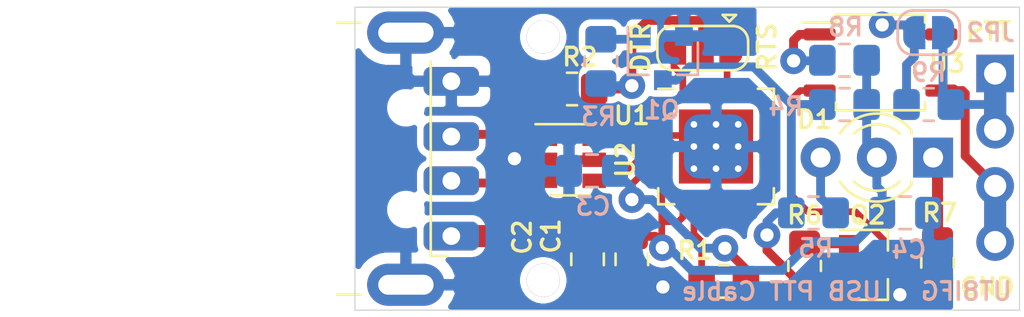
<source format=kicad_pcb>
(kicad_pcb (version 20171130) (host pcbnew 5.1.9+dfsg1-1+deb11u1)

  (general
    (thickness 1.6)
    (drawings 10)
    (tracks 156)
    (zones 0)
    (modules 25)
    (nets 41)
  )

  (page A4)
  (title_block
    (title "PTT USB Cable")
    (rev A)
    (comment 2 "Yevhen Ulianov (UT8IFG) <admin@village-radiolab.com>")
  )

  (layers
    (0 F.Cu signal)
    (31 B.Cu signal)
    (32 B.Adhes user hide)
    (33 F.Adhes user hide)
    (34 B.Paste user)
    (35 F.Paste user)
    (36 B.SilkS user)
    (37 F.SilkS user)
    (38 B.Mask user)
    (39 F.Mask user)
    (40 Dwgs.User user hide)
    (41 Cmts.User user hide)
    (42 Eco1.User user hide)
    (43 Eco2.User user hide)
    (44 Edge.Cuts user)
    (45 Margin user hide)
    (46 B.CrtYd user)
    (47 F.CrtYd user)
    (48 B.Fab user hide)
    (49 F.Fab user hide)
  )

  (setup
    (last_trace_width 0.3)
    (user_trace_width 0.3)
    (user_trace_width 0.4)
    (user_trace_width 0.5)
    (user_trace_width 0.6)
    (user_trace_width 0.8)
    (user_trace_width 1)
    (trace_clearance 0.3)
    (zone_clearance 0)
    (zone_45_only no)
    (trace_min 0.2)
    (via_size 0.8)
    (via_drill 0.4)
    (via_min_size 0.4)
    (via_min_drill 0.3)
    (user_via 0.7 0.5)
    (user_via 1.2 0.6)
    (user_via 1.4 0.8)
    (user_via 2 0.8)
    (uvia_size 0.3)
    (uvia_drill 0.1)
    (uvias_allowed no)
    (uvia_min_size 0.2)
    (uvia_min_drill 0.1)
    (edge_width 0.05)
    (segment_width 0.2)
    (pcb_text_width 0.3)
    (pcb_text_size 1.5 1.5)
    (mod_edge_width 0.12)
    (mod_text_size 1 1)
    (mod_text_width 0.15)
    (pad_size 0.5 0.5)
    (pad_drill 0.3)
    (pad_to_mask_clearance 0)
    (aux_axis_origin 0 0)
    (visible_elements FFFFFF7F)
    (pcbplotparams
      (layerselection 0x010fc_ffffffff)
      (usegerberextensions true)
      (usegerberattributes false)
      (usegerberadvancedattributes false)
      (creategerberjobfile false)
      (excludeedgelayer true)
      (linewidth 0.100000)
      (plotframeref false)
      (viasonmask false)
      (mode 1)
      (useauxorigin false)
      (hpglpennumber 1)
      (hpglpenspeed 20)
      (hpglpendiameter 15.000000)
      (psnegative false)
      (psa4output false)
      (plotreference true)
      (plotvalue false)
      (plotinvisibletext false)
      (padsonsilk true)
      (subtractmaskfromsilk false)
      (outputformat 1)
      (mirror false)
      (drillshape 0)
      (scaleselection 1)
      (outputdirectory "gerber/"))
  )

  (net 0 "")
  (net 1 GND)
  (net 2 +5V)
  (net 3 "Net-(C3-Pad2)")
  (net 4 "Net-(D1-Pad3)")
  (net 5 "Net-(D1-Pad1)")
  (net 6 "Net-(J1-Pad3)")
  (net 7 "Net-(J1-Pad2)")
  (net 8 "Net-(J2-Pad1)")
  (net 9 "Net-(JP1-Pad1)")
  (net 10 "Net-(JP1-Pad2)")
  (net 11 "Net-(JP1-Pad3)")
  (net 12 "Net-(Q1-Pad3)")
  (net 13 "Net-(Q1-Pad1)")
  (net 14 "Net-(Q2-Pad1)")
  (net 15 /RST)
  (net 16 "Net-(U1-Pad27)")
  (net 17 "Net-(U1-Pad26)")
  (net 18 "Net-(U1-Pad25)")
  (net 19 "Net-(U1-Pad23)")
  (net 20 "Net-(U1-Pad22)")
  (net 21 "Net-(U1-Pad21)")
  (net 22 "Net-(U1-Pad20)")
  (net 23 "Net-(U1-Pad19)")
  (net 24 "Net-(U1-Pad18)")
  (net 25 "Net-(U1-Pad17)")
  (net 26 "Net-(U1-Pad16)")
  (net 27 "Net-(U1-Pad15)")
  (net 28 "Net-(U1-Pad14)")
  (net 29 "Net-(U1-Pad13)")
  (net 30 "Net-(U1-Pad12)")
  (net 31 "Net-(U1-Pad11)")
  (net 32 "Net-(U1-Pad10)")
  (net 33 /USB_D-)
  (net 34 /USB_D+)
  (net 35 "Net-(U1-Pad2)")
  (net 36 "Net-(U1-Pad1)")
  (net 37 GND1)
  (net 38 "Net-(Q2-Pad3)")
  (net 39 "Net-(R8-Pad2)")
  (net 40 "Net-(JP2-Pad1)")

  (net_class Default "This is the default net class."
    (clearance 0.3)
    (trace_width 0.3)
    (via_dia 0.8)
    (via_drill 0.4)
    (uvia_dia 0.3)
    (uvia_drill 0.1)
    (add_net +5V)
    (add_net /RST)
    (add_net /USB_D+)
    (add_net /USB_D-)
    (add_net GND)
    (add_net GND1)
    (add_net "Net-(C3-Pad2)")
    (add_net "Net-(D1-Pad1)")
    (add_net "Net-(D1-Pad3)")
    (add_net "Net-(J1-Pad2)")
    (add_net "Net-(J1-Pad3)")
    (add_net "Net-(J2-Pad1)")
    (add_net "Net-(JP1-Pad1)")
    (add_net "Net-(JP1-Pad2)")
    (add_net "Net-(JP1-Pad3)")
    (add_net "Net-(JP2-Pad1)")
    (add_net "Net-(Q1-Pad1)")
    (add_net "Net-(Q1-Pad3)")
    (add_net "Net-(Q2-Pad1)")
    (add_net "Net-(Q2-Pad3)")
    (add_net "Net-(R8-Pad2)")
    (add_net "Net-(U1-Pad1)")
    (add_net "Net-(U1-Pad10)")
    (add_net "Net-(U1-Pad11)")
    (add_net "Net-(U1-Pad12)")
    (add_net "Net-(U1-Pad13)")
    (add_net "Net-(U1-Pad14)")
    (add_net "Net-(U1-Pad15)")
    (add_net "Net-(U1-Pad16)")
    (add_net "Net-(U1-Pad17)")
    (add_net "Net-(U1-Pad18)")
    (add_net "Net-(U1-Pad19)")
    (add_net "Net-(U1-Pad2)")
    (add_net "Net-(U1-Pad20)")
    (add_net "Net-(U1-Pad21)")
    (add_net "Net-(U1-Pad22)")
    (add_net "Net-(U1-Pad23)")
    (add_net "Net-(U1-Pad25)")
    (add_net "Net-(U1-Pad26)")
    (add_net "Net-(U1-Pad27)")
  )

  (module Jumper:SolderJumper-2_P1.3mm_Open_RoundedPad1.0x1.5mm (layer B.Cu) (tedit 5B391E66) (tstamp 64CE81EC)
    (at 165.9 81.15)
    (descr "SMD Solder Jumper, 1x1.5mm, rounded Pads, 0.3mm gap, open")
    (tags "solder jumper open")
    (path /64CE6A20)
    (attr virtual)
    (fp_text reference JP2 (at 2.8 0 180) (layer B.SilkS)
      (effects (font (size 0.8 0.8) (thickness 0.15)) (justify mirror))
    )
    (fp_text value JMP (at 0 -1.9) (layer B.Fab) hide
      (effects (font (size 1 1) (thickness 0.15)) (justify mirror))
    )
    (fp_line (start 1.65 -1.25) (end -1.65 -1.25) (layer B.CrtYd) (width 0.05))
    (fp_line (start 1.65 -1.25) (end 1.65 1.25) (layer B.CrtYd) (width 0.05))
    (fp_line (start -1.65 1.25) (end -1.65 -1.25) (layer B.CrtYd) (width 0.05))
    (fp_line (start -1.65 1.25) (end 1.65 1.25) (layer B.CrtYd) (width 0.05))
    (fp_line (start -0.7 1) (end 0.7 1) (layer B.SilkS) (width 0.12))
    (fp_line (start 1.4 0.3) (end 1.4 -0.3) (layer B.SilkS) (width 0.12))
    (fp_line (start 0.7 -1) (end -0.7 -1) (layer B.SilkS) (width 0.12))
    (fp_line (start -1.4 -0.3) (end -1.4 0.3) (layer B.SilkS) (width 0.12))
    (fp_arc (start -0.7 0.3) (end -0.7 1) (angle 90) (layer B.SilkS) (width 0.12))
    (fp_arc (start -0.7 -0.3) (end -1.4 -0.3) (angle 90) (layer B.SilkS) (width 0.12))
    (fp_arc (start 0.7 -0.3) (end 0.7 -1) (angle 90) (layer B.SilkS) (width 0.12))
    (fp_arc (start 0.7 0.3) (end 1.4 0.3) (angle 90) (layer B.SilkS) (width 0.12))
    (pad 2 smd custom (at 0.65 0) (size 1 0.5) (layers B.Cu B.Mask)
      (net 8 "Net-(J2-Pad1)") (zone_connect 2)
      (options (clearance outline) (anchor rect))
      (primitives
        (gr_circle (center 0 -0.25) (end 0.5 -0.25) (width 0))
        (gr_circle (center 0 0.25) (end 0.5 0.25) (width 0))
        (gr_poly (pts
           (xy 0 0.75) (xy -0.5 0.75) (xy -0.5 -0.75) (xy 0 -0.75)) (width 0))
      ))
    (pad 1 smd custom (at -0.65 0) (size 1 0.5) (layers B.Cu B.Mask)
      (net 40 "Net-(JP2-Pad1)") (zone_connect 2)
      (options (clearance outline) (anchor rect))
      (primitives
        (gr_circle (center 0 -0.25) (end 0.5 -0.25) (width 0))
        (gr_circle (center 0 0.25) (end 0.5 0.25) (width 0))
        (gr_poly (pts
           (xy 0 0.75) (xy 0.5 0.75) (xy 0.5 -0.75) (xy 0 -0.75)) (width 0))
      ))
  )

  (module Package_SO:SOP-4_3.8x4.1mm_P2.54mm (layer F.Cu) (tedit 5D9F72B1) (tstamp 64D3DAB8)
    (at 163.725 82.5)
    (descr "SOP, 4 Pin (http://www.ixysic.com/home/pdfs.nsf/www/CPC1017N.pdf/$file/CPC1017N.pdf), generated with kicad-footprint-generator ipc_gullwing_generator.py")
    (tags "SOP SO")
    (path /64CDAE95)
    (attr smd)
    (fp_text reference U3 (at 3 0.05 180) (layer F.SilkS)
      (effects (font (size 0.8 0.8) (thickness 0.15)))
    )
    (fp_text value EL357N (at 0.025 -3.25) (layer F.Fab)
      (effects (font (size 1 1) (thickness 0.15)))
    )
    (fp_line (start 3.72 -2.3) (end -3.72 -2.3) (layer F.CrtYd) (width 0.05))
    (fp_line (start 3.72 2.3) (end 3.72 -2.3) (layer F.CrtYd) (width 0.05))
    (fp_line (start -3.72 2.3) (end 3.72 2.3) (layer F.CrtYd) (width 0.05))
    (fp_line (start -3.72 -2.3) (end -3.72 2.3) (layer F.CrtYd) (width 0.05))
    (fp_line (start -1.9 -1.1) (end -0.95 -2.05) (layer F.Fab) (width 0.1))
    (fp_line (start -1.9 2.05) (end -1.9 -1.1) (layer F.Fab) (width 0.1))
    (fp_line (start 1.9 2.05) (end -1.9 2.05) (layer F.Fab) (width 0.1))
    (fp_line (start 1.9 -2.05) (end 1.9 2.05) (layer F.Fab) (width 0.1))
    (fp_line (start -0.95 -2.05) (end 1.9 -2.05) (layer F.Fab) (width 0.1))
    (fp_line (start -2.01 -1.805) (end -3.475 -1.805) (layer F.SilkS) (width 0.12))
    (fp_line (start -2.01 -2.16) (end -2.01 -1.805) (layer F.SilkS) (width 0.12))
    (fp_line (start 0 -2.16) (end -2.01 -2.16) (layer F.SilkS) (width 0.12))
    (fp_line (start 2.01 -2.16) (end 2.01 -1.805) (layer F.SilkS) (width 0.12))
    (fp_line (start 0 -2.16) (end 2.01 -2.16) (layer F.SilkS) (width 0.12))
    (fp_line (start -2.01 2.16) (end -2.01 1.805) (layer F.SilkS) (width 0.12))
    (fp_line (start 0 2.16) (end -2.01 2.16) (layer F.SilkS) (width 0.12))
    (fp_line (start 2.01 2.16) (end 2.01 1.805) (layer F.SilkS) (width 0.12))
    (fp_line (start 0 2.16) (end 2.01 2.16) (layer F.SilkS) (width 0.12))
    (fp_text user %R (at 0 0) (layer F.Fab)
      (effects (font (size 0.95 0.95) (thickness 0.14)))
    )
    (pad 4 smd roundrect (at 2.75 -1.27) (size 1.45 0.55) (layers F.Cu F.Paste F.Mask) (roundrect_rratio 0.25)
      (net 40 "Net-(JP2-Pad1)"))
    (pad 3 smd roundrect (at 2.75 1.27) (size 1.45 0.55) (layers F.Cu F.Paste F.Mask) (roundrect_rratio 0.25)
      (net 37 GND1))
    (pad 2 smd roundrect (at -2.75 1.27) (size 1.45 0.55) (layers F.Cu F.Paste F.Mask) (roundrect_rratio 0.25)
      (net 38 "Net-(Q2-Pad3)"))
    (pad 1 smd roundrect (at -2.75 -1.27) (size 1.45 0.55) (layers F.Cu F.Paste F.Mask) (roundrect_rratio 0.25)
      (net 39 "Net-(R8-Pad2)"))
    (model ${KISYS3DMOD}/Package_SO.3dshapes/SOP-4_3.8x4.1mm_P2.54mm.wrl
      (at (xyz 0 0 0))
      (scale (xyz 1 1 1))
      (rotate (xyz 0 0 0))
    )
  )

  (module Resistor_SMD:R_0805_2012Metric_Pad1.20x1.40mm_HandSolder (layer B.Cu) (tedit 5F68FEEE) (tstamp 64CE68E6)
    (at 162.1 82.4 180)
    (descr "Resistor SMD 0805 (2012 Metric), square (rectangular) end terminal, IPC_7351 nominal with elongated pad for handsoldering. (Body size source: IPC-SM-782 page 72, https://www.pcb-3d.com/wordpress/wp-content/uploads/ipc-sm-782a_amendment_1_and_2.pdf), generated with kicad-footprint-generator")
    (tags "resistor handsolder")
    (path /64CEE0E8)
    (attr smd)
    (fp_text reference R8 (at -0.05 1.5) (layer B.SilkS)
      (effects (font (size 0.8 0.8) (thickness 0.15)) (justify mirror))
    )
    (fp_text value 200 (at -0.05 1.55) (layer B.Fab)
      (effects (font (size 1 1) (thickness 0.15)) (justify mirror))
    )
    (fp_line (start 1.85 -0.95) (end -1.85 -0.95) (layer B.CrtYd) (width 0.05))
    (fp_line (start 1.85 0.95) (end 1.85 -0.95) (layer B.CrtYd) (width 0.05))
    (fp_line (start -1.85 0.95) (end 1.85 0.95) (layer B.CrtYd) (width 0.05))
    (fp_line (start -1.85 -0.95) (end -1.85 0.95) (layer B.CrtYd) (width 0.05))
    (fp_line (start -0.227064 -0.735) (end 0.227064 -0.735) (layer B.SilkS) (width 0.12))
    (fp_line (start -0.227064 0.735) (end 0.227064 0.735) (layer B.SilkS) (width 0.12))
    (fp_line (start 1 -0.625) (end -1 -0.625) (layer B.Fab) (width 0.1))
    (fp_line (start 1 0.625) (end 1 -0.625) (layer B.Fab) (width 0.1))
    (fp_line (start -1 0.625) (end 1 0.625) (layer B.Fab) (width 0.1))
    (fp_line (start -1 -0.625) (end -1 0.625) (layer B.Fab) (width 0.1))
    (fp_text user %R (at 0 0) (layer B.Fab)
      (effects (font (size 0.5 0.5) (thickness 0.08)) (justify mirror))
    )
    (pad 2 smd roundrect (at 1 0 180) (size 1.2 1.4) (layers B.Cu B.Paste B.Mask) (roundrect_rratio 0.2083325)
      (net 39 "Net-(R8-Pad2)"))
    (pad 1 smd roundrect (at -1 0 180) (size 1.2 1.4) (layers B.Cu B.Paste B.Mask) (roundrect_rratio 0.2083325)
      (net 2 +5V))
    (model ${KISYS3DMOD}/Resistor_SMD.3dshapes/R_0805_2012Metric.wrl
      (at (xyz 0 0 0))
      (scale (xyz 1 1 1))
      (rotate (xyz 0 0 0))
    )
  )

  (module PTT-USB-Cable:Hole (layer F.Cu) (tedit 601D0A44) (tstamp 64D3DB20)
    (at 148.5 92.35)
    (path /601D508D)
    (fp_text reference H2 (at 0 0.5) (layer F.SilkS) hide
      (effects (font (size 1 1) (thickness 0.15)))
    )
    (fp_text value MountingHole (at 0 -0.5) (layer F.Fab) hide
      (effects (font (size 1 1) (thickness 0.15)))
    )
    (pad 1 thru_hole circle (at 0 0) (size 1.5 1.5) (drill 1.5) (layers *.Cu *.Mask))
  )

  (module PTT-USB-Cable:Hole (layer F.Cu) (tedit 601D0A44) (tstamp 64D3DB68)
    (at 148.5 81.35)
    (path /601D3C97)
    (fp_text reference H1 (at 0 0.5) (layer F.SilkS) hide
      (effects (font (size 1 1) (thickness 0.15)))
    )
    (fp_text value MountingHole (at 0 -0.5) (layer F.Fab) hide
      (effects (font (size 1 1) (thickness 0.15)))
    )
    (pad 1 thru_hole circle (at 0 0) (size 1.5 1.5) (drill 1.5) (layers *.Cu *.Mask))
  )

  (module PTT-USB-Cable:PinHeader_1x04_P2.54mm_NoSilk (layer F.Cu) (tedit 64CCE9DF) (tstamp 64D3DC16)
    (at 168.9 83)
    (descr "Through hole straight pin header, 1x04, 2.54mm pitch, single row")
    (tags "Through hole pin header THT 1x04 2.54mm single row")
    (path /5FDEBC8D)
    (fp_text reference J2 (at 0 -2.33) (layer F.SilkS) hide
      (effects (font (size 1 1) (thickness 0.15)))
    )
    (fp_text value Cable (at 0 9.95) (layer F.Fab) hide
      (effects (font (size 1 1) (thickness 0.15)))
    )
    (fp_line (start -1.27 -0.635) (end -0.635 -1.27) (layer F.Fab) (width 0.1))
    (fp_line (start -1.27 8.89) (end -1.27 -0.635) (layer F.Fab) (width 0.1))
    (fp_line (start 1.27 8.89) (end -1.27 8.89) (layer F.Fab) (width 0.1))
    (fp_line (start 1.27 -1.27) (end 1.27 8.89) (layer F.Fab) (width 0.1))
    (fp_line (start -0.635 -1.27) (end 1.27 -1.27) (layer F.Fab) (width 0.1))
    (fp_text user %R (at 0 3.81 90) (layer F.Fab) hide
      (effects (font (size 1 1) (thickness 0.15)))
    )
    (pad 1 thru_hole rect (at 0 0) (size 1.7 1.7) (drill 1) (layers *.Cu *.Mask)
      (net 8 "Net-(J2-Pad1)"))
    (pad 2 thru_hole oval (at 0 2.54) (size 1.7 1.7) (drill 1) (layers *.Cu *.Mask)
      (net 8 "Net-(J2-Pad1)"))
    (pad 3 thru_hole oval (at 0 5.08) (size 1.7 1.7) (drill 1) (layers *.Cu *.Mask)
      (net 37 GND1) (zone_connect 2))
    (pad 4 thru_hole oval (at 0 7.62) (size 1.7 1.7) (drill 1) (layers *.Cu *.Mask)
      (net 37 GND1))
  )

  (module PTT-USB-Cable:USB_A_CNCTech_1001-011-01101_Horizontal_TH (layer F.Cu) (tedit 64CE4D7B) (tstamp 64D3DBA3)
    (at 135.4 86.85 180)
    (descr "USB type A Plug, Horizontal, http://cnctech.us/pdfs/1001-011-01101.pdf")
    (tags USB-A)
    (path /5FD996E4)
    (zone_connect 2)
    (attr smd)
    (fp_text reference J1 (at -6.9 -8) (layer F.SilkS) hide
      (effects (font (size 1 1) (thickness 0.15)))
    )
    (fp_text value USB_A (at -2.9 0.05 270) (layer F.Fab)
      (effects (font (size 1 1) (thickness 0.15)))
    )
    (fp_line (start -7.9 6.025) (end -7.9 -6.025) (layer F.Fab) (width 0.1))
    (fp_line (start -7.9 -6.025) (end 10.9 -6.025) (layer F.Fab) (width 0.1))
    (fp_line (start -7.9 6.025) (end 10.9 6.025) (layer F.Fab) (width 0.1))
    (fp_line (start 10.9 6.025) (end 10.9 -6.025) (layer F.Fab) (width 0.1))
    (fp_line (start -10.4 3.75) (end -10.4 3.25) (layer F.Fab) (width 0.1))
    (fp_line (start -10.4 3.25) (end -7.9 3.25) (layer F.Fab) (width 0.1))
    (fp_line (start -10.4 3.75) (end -7.9 3.75) (layer F.Fab) (width 0.1))
    (fp_line (start -10.4 0.75) (end -7.9 0.75) (layer F.Fab) (width 0.1))
    (fp_line (start -10.4 1.25) (end -10.4 0.75) (layer F.Fab) (width 0.1))
    (fp_line (start -10.4 1.25) (end -7.9 1.25) (layer F.Fab) (width 0.1))
    (fp_line (start -10.4 -0.75) (end -10.4 -1.25) (layer F.Fab) (width 0.1))
    (fp_line (start -10.4 -0.75) (end -7.9 -0.75) (layer F.Fab) (width 0.1))
    (fp_line (start -10.4 -1.25) (end -7.9 -1.25) (layer F.Fab) (width 0.1))
    (fp_line (start -10.4 -3.75) (end -7.9 -3.75) (layer F.Fab) (width 0.1))
    (fp_line (start -10.4 -3.25) (end -10.4 -3.75) (layer F.Fab) (width 0.1))
    (fp_line (start -10.4 -3.25) (end -7.9 -3.25) (layer F.Fab) (width 0.1))
    (fp_circle (center -6.9 -2.3) (end -6.9 -2.8) (layer F.Fab) (width 0.1))
    (fp_circle (center -6.9 2.3) (end -6.9 2.8) (layer F.Fab) (width 0.1))
    (fp_line (start -8.02 -4.4) (end -8.02 4.4) (layer F.SilkS) (width 0.12))
    (fp_line (start -3.8 6.025) (end -3.8 -6.025) (layer Dwgs.User) (width 0.1))
    (fp_line (start -4.85 -6.145) (end -3.8 -6.145) (layer F.SilkS) (width 0.12))
    (fp_line (start -4.85 6.145) (end -3.8 6.145) (layer F.SilkS) (width 0.12))
    (fp_line (start -11.4 4.55) (end -11.4 -4.55) (layer F.CrtYd) (width 0.05))
    (fp_line (start -11.4 -4.55) (end -9.15 -4.55) (layer F.CrtYd) (width 0.05))
    (fp_line (start -9.15 -7.15) (end -9.15 -4.55) (layer F.CrtYd) (width 0.05))
    (fp_line (start -9.15 -7.15) (end -4.65 -7.15) (layer F.CrtYd) (width 0.05))
    (fp_line (start -4.65 -6.52) (end -4.65 -7.15) (layer F.CrtYd) (width 0.05))
    (fp_line (start -4.65 -6.52) (end 11.4 -6.52) (layer F.CrtYd) (width 0.05))
    (fp_line (start 11.4 6.52) (end 11.4 -6.52) (layer F.CrtYd) (width 0.05))
    (fp_line (start -4.65 6.52) (end 11.4 6.52) (layer F.CrtYd) (width 0.05))
    (fp_line (start -4.65 7.15) (end -4.65 6.52) (layer F.CrtYd) (width 0.05))
    (fp_line (start -9.15 7.15) (end -4.65 7.15) (layer F.CrtYd) (width 0.05))
    (fp_line (start -9.15 4.55) (end -9.15 7.15) (layer F.CrtYd) (width 0.05))
    (fp_line (start -11.4 4.55) (end -9.15 4.55) (layer F.CrtYd) (width 0.05))
    (fp_line (start -8.02 -4.4) (end -8.775 -4.4) (layer F.SilkS) (width 0.12))
    (fp_line (start -7.75 -3.5) (end -7.25 -3) (layer F.Fab) (width 0.1))
    (fp_line (start -7.75 -3.5) (end -7.25 -4) (layer F.Fab) (width 0.1))
    (fp_line (start -7.25 -4) (end -7.25 -3.05) (layer F.Fab) (width 0.1))
    (fp_text user "PCB Edge" (at -4.55 -0.05 90) (layer Dwgs.User)
      (effects (font (size 0.6 0.6) (thickness 0.09)))
    )
    (fp_text user %R (at -6 0 90) (layer F.Fab)
      (effects (font (size 1 1) (thickness 0.15)))
    )
    (pad 2 thru_hole roundrect (at -8.95 -1 180) (size 2.5 1.3) (drill 0.8) (layers *.Cu *.Mask) (roundrect_rratio 0.25)
      (net 7 "Net-(J1-Pad2)") (zone_connect 2))
    (pad 3 thru_hole roundrect (at -8.95 1 180) (size 2.5 1.3) (drill 0.8) (layers *.Cu *.Mask) (roundrect_rratio 0.25)
      (net 6 "Net-(J1-Pad3)") (zone_connect 2))
    (pad 1 thru_hole roundrect (at -8.95 -3.5 180) (size 2.5 1.3) (drill 0.8) (layers *.Cu *.Mask) (roundrect_rratio 0.25)
      (net 2 +5V) (zone_connect 2))
    (pad 4 thru_hole roundrect (at -8.95 3.5 180) (size 2.5 1.3) (drill 0.8) (layers *.Cu *.Mask) (roundrect_rratio 0.25)
      (net 1 GND) (zone_connect 1))
    (pad 5 thru_hole oval (at -6.9 -5.7 180) (size 3.5 1.9) (drill oval 2.5 0.9) (layers *.Cu *.Mask)
      (net 1 GND) (zone_connect 1))
    (pad 5 thru_hole oval (at -6.9 5.7 180) (size 3.5 1.9) (drill oval 2.5 0.9) (layers *.Cu *.Mask)
      (net 1 GND) (zone_connect 1))
    (pad "" np_thru_hole circle (at -6.9 -2.3 180) (size 1.1 1.1) (drill 1.1) (layers *.Cu *.Mask)
      (zone_connect 2))
    (pad "" np_thru_hole circle (at -6.9 2.3 180) (size 1.1 1.1) (drill 1.1) (layers *.Cu *.Mask)
      (zone_connect 2))
    (model "${KIPRJMOD}/3d/USB-A Right Angle Solder Plug.stp"
      (offset (xyz -9 3.5 0))
      (scale (xyz 1 1 1))
      (rotate (xyz 0 0 -90))
    )
  )

  (module Package_DFN_QFN:QFN-28-1EP_5x5mm_P0.5mm_EP3.35x3.35mm_ThermalVias (layer F.Cu) (tedit 64D2D977) (tstamp 64D3DD47)
    (at 156.3 86.3)
    (descr "QFN, 28 Pin (http://ww1.microchip.com/downloads/en/PackagingSpec/00000049BQ.pdf#page=283), generated with kicad-footprint-generator ipc_noLead_generator.py")
    (tags "QFN NoLead")
    (path /5FB4154D)
    (clearance 0.1)
    (attr smd)
    (fp_text reference U1 (at -3.8 -1.4 180) (layer F.SilkS)
      (effects (font (size 0.8 0.8) (thickness 0.15)))
    )
    (fp_text value CP2102 (at -0.1 -3.8 180) (layer F.Fab)
      (effects (font (size 1 1) (thickness 0.15)))
    )
    (fp_line (start 1.885 -2.61) (end 2.61 -2.61) (layer F.SilkS) (width 0.12))
    (fp_line (start 2.61 -2.61) (end 2.61 -1.885) (layer F.SilkS) (width 0.12))
    (fp_line (start -1.885 2.61) (end -2.61 2.61) (layer F.SilkS) (width 0.12))
    (fp_line (start -2.61 2.61) (end -2.61 1.885) (layer F.SilkS) (width 0.12))
    (fp_line (start 1.885 2.61) (end 2.61 2.61) (layer F.SilkS) (width 0.12))
    (fp_line (start 2.61 2.61) (end 2.61 1.885) (layer F.SilkS) (width 0.12))
    (fp_line (start -1.885 -2.61) (end -2.61 -2.61) (layer F.SilkS) (width 0.12))
    (fp_line (start -1.5 -2.5) (end 2.5 -2.5) (layer F.Fab) (width 0.1))
    (fp_line (start 2.5 -2.5) (end 2.5 2.5) (layer F.Fab) (width 0.1))
    (fp_line (start 2.5 2.5) (end -2.5 2.5) (layer F.Fab) (width 0.1))
    (fp_line (start -2.5 2.5) (end -2.5 -1.5) (layer F.Fab) (width 0.1))
    (fp_line (start -2.5 -1.5) (end -1.5 -2.5) (layer F.Fab) (width 0.1))
    (fp_line (start -3.1 -3.1) (end -3.1 3.1) (layer F.CrtYd) (width 0.05))
    (fp_line (start -3.1 3.1) (end 3.1 3.1) (layer F.CrtYd) (width 0.05))
    (fp_line (start 3.1 3.1) (end 3.1 -3.1) (layer F.CrtYd) (width 0.05))
    (fp_line (start 3.1 -3.1) (end -3.1 -3.1) (layer F.CrtYd) (width 0.05))
    (fp_text user %R (at 0 0) (layer F.Fab)
      (effects (font (size 1 1) (thickness 0.15)))
    )
    (pad "" smd custom (at 1.3375 1.3375) (size 0.43669 0.43669) (layers F.Paste)
      (options (clearance outline) (anchor circle))
      (primitives
        (gr_poly (pts
           (xy -0.164589 -0.075523) (xy -0.075523 -0.164589) (xy 0.164589 -0.164589) (xy 0.164589 0.164589) (xy -0.164589 0.164589)
) (width 0.215024))
      ))
    (pad "" smd custom (at 1.3375 -1.3375) (size 0.43669 0.43669) (layers F.Paste)
      (options (clearance outline) (anchor circle))
      (primitives
        (gr_poly (pts
           (xy -0.164589 -0.164589) (xy 0.164589 -0.164589) (xy 0.164589 0.164589) (xy -0.075523 0.164589) (xy -0.164589 0.075523)
) (width 0.215024))
      ))
    (pad "" smd custom (at -1.3375 1.3375) (size 0.43669 0.43669) (layers F.Paste)
      (options (clearance outline) (anchor circle))
      (primitives
        (gr_poly (pts
           (xy -0.164589 -0.164589) (xy 0.075523 -0.164589) (xy 0.164589 -0.075523) (xy 0.164589 0.164589) (xy -0.164589 0.164589)
) (width 0.215024))
      ))
    (pad "" smd custom (at -1.3375 -1.3375) (size 0.43669 0.43669) (layers F.Paste)
      (options (clearance outline) (anchor circle))
      (primitives
        (gr_poly (pts
           (xy -0.164589 -0.164589) (xy 0.164589 -0.164589) (xy 0.164589 0.075523) (xy 0.075523 0.164589) (xy -0.164589 0.164589)
) (width 0.215024))
      ))
    (pad "" smd custom (at 0.5 1.3375) (size 0.458956 0.458956) (layers F.Paste)
      (options (clearance outline) (anchor circle))
      (primitives
        (gr_poly (pts
           (xy -0.317866 -0.116234) (xy -0.247246 -0.186855) (xy 0.247246 -0.186855) (xy 0.317866 -0.116234) (xy 0.317866 0.186855)
           (xy -0.317866 0.186855)) (width 0.170493))
      ))
    (pad "" smd custom (at -0.5 1.3375) (size 0.458956 0.458956) (layers F.Paste)
      (options (clearance outline) (anchor circle))
      (primitives
        (gr_poly (pts
           (xy -0.317866 -0.116234) (xy -0.247246 -0.186855) (xy 0.247246 -0.186855) (xy 0.317866 -0.116234) (xy 0.317866 0.186855)
           (xy -0.317866 0.186855)) (width 0.170493))
      ))
    (pad "" smd custom (at 0.5 -1.3375) (size 0.458956 0.458956) (layers F.Paste)
      (options (clearance outline) (anchor circle))
      (primitives
        (gr_poly (pts
           (xy -0.317866 -0.186855) (xy 0.317866 -0.186855) (xy 0.317866 0.116234) (xy 0.247246 0.186855) (xy -0.247246 0.186855)
           (xy -0.317866 0.116234)) (width 0.170493))
      ))
    (pad "" smd custom (at -0.5 -1.3375) (size 0.458956 0.458956) (layers F.Paste)
      (options (clearance outline) (anchor circle))
      (primitives
        (gr_poly (pts
           (xy -0.317866 -0.186855) (xy 0.317866 -0.186855) (xy 0.317866 0.116234) (xy 0.247246 0.186855) (xy -0.247246 0.186855)
           (xy -0.317866 0.116234)) (width 0.170493))
      ))
    (pad "" smd custom (at 1.3375 0.5) (size 0.458956 0.458956) (layers F.Paste)
      (options (clearance outline) (anchor circle))
      (primitives
        (gr_poly (pts
           (xy -0.186855 -0.247246) (xy -0.116234 -0.317866) (xy 0.186855 -0.317866) (xy 0.186855 0.317866) (xy -0.116234 0.317866)
           (xy -0.186855 0.247246)) (width 0.170493))
      ))
    (pad "" smd custom (at 1.3375 -0.5) (size 0.458956 0.458956) (layers F.Paste)
      (options (clearance outline) (anchor circle))
      (primitives
        (gr_poly (pts
           (xy -0.186855 -0.247246) (xy -0.116234 -0.317866) (xy 0.186855 -0.317866) (xy 0.186855 0.317866) (xy -0.116234 0.317866)
           (xy -0.186855 0.247246)) (width 0.170493))
      ))
    (pad "" smd custom (at -1.3375 0.5) (size 0.458956 0.458956) (layers F.Paste)
      (options (clearance outline) (anchor circle))
      (primitives
        (gr_poly (pts
           (xy -0.186855 -0.317866) (xy 0.116234 -0.317866) (xy 0.186855 -0.247246) (xy 0.186855 0.247246) (xy 0.116234 0.317866)
           (xy -0.186855 0.317866)) (width 0.170493))
      ))
    (pad "" smd custom (at -1.3375 -0.5) (size 0.458956 0.458956) (layers F.Paste)
      (options (clearance outline) (anchor circle))
      (primitives
        (gr_poly (pts
           (xy -0.186855 -0.317866) (xy 0.116234 -0.317866) (xy 0.186855 -0.247246) (xy 0.186855 0.247246) (xy 0.116234 0.317866)
           (xy -0.186855 0.317866)) (width 0.170493))
      ))
    (pad "" smd roundrect (at 0.5 0.5) (size 0.806226 0.806226) (layers F.Paste) (roundrect_rratio 0.2499993798265003))
    (pad "" smd roundrect (at 0.5 -0.5) (size 0.806226 0.806226) (layers F.Paste) (roundrect_rratio 0.2499993798265003))
    (pad "" smd roundrect (at -0.5 0.5) (size 0.806226 0.806226) (layers F.Paste) (roundrect_rratio 0.2499993798265003))
    (pad "" smd roundrect (at -0.5 -0.5) (size 0.806226 0.806226) (layers F.Paste) (roundrect_rratio 0.2499993798265003))
    (pad 29 smd roundrect (at 0 0) (size 2.9 2.9) (layers B.Cu B.Mask) (roundrect_rratio 0.25)
      (net 1 GND) (zone_connect 1))
    (pad 29 thru_hole circle (at 1 1) (size 0.5 0.5) (drill 0.3) (layers *.Cu)
      (net 1 GND))
    (pad 29 thru_hole circle (at 0 1) (size 0.5 0.5) (drill 0.3) (layers *.Cu)
      (net 1 GND))
    (pad 29 thru_hole circle (at -1 1) (size 0.5 0.5) (drill 0.3) (layers *.Cu)
      (net 1 GND))
    (pad 29 thru_hole circle (at 1 0) (size 0.5 0.5) (drill 0.3) (layers *.Cu)
      (net 1 GND))
    (pad 29 thru_hole circle (at 0 0) (size 0.5 0.5) (drill 0.3) (layers *.Cu)
      (net 1 GND))
    (pad 29 thru_hole circle (at -1 0) (size 0.5 0.5) (drill 0.3) (layers *.Cu)
      (net 1 GND))
    (pad 29 thru_hole circle (at 1 -1) (size 0.5 0.5) (drill 0.3) (layers *.Cu)
      (net 1 GND))
    (pad 29 thru_hole circle (at 0 -1) (size 0.5 0.5) (drill 0.3) (layers *.Cu)
      (net 1 GND))
    (pad 29 thru_hole circle (at -1 -1) (size 0.5 0.5) (drill 0.3) (layers *.Cu)
      (net 1 GND) (zone_connect 1))
    (pad 29 smd rect (at 0 0) (size 3.35 3.35) (layers F.Cu F.Mask)
      (net 1 GND) (zone_connect 1))
    (pad 28 smd roundrect (at -1.5 -2.45) (size 0.25 0.8) (layers F.Cu F.Paste F.Mask) (roundrect_rratio 0.25)
      (net 11 "Net-(JP1-Pad3)"))
    (pad 27 smd roundrect (at -1 -2.45) (size 0.25 0.8) (layers F.Cu F.Paste F.Mask) (roundrect_rratio 0.25)
      (net 16 "Net-(U1-Pad27)"))
    (pad 26 smd roundrect (at -0.5 -2.45) (size 0.25 0.8) (layers F.Cu F.Paste F.Mask) (roundrect_rratio 0.25)
      (net 17 "Net-(U1-Pad26)"))
    (pad 25 smd roundrect (at 0 -2.45) (size 0.25 0.8) (layers F.Cu F.Paste F.Mask) (roundrect_rratio 0.25)
      (net 18 "Net-(U1-Pad25)"))
    (pad 24 smd roundrect (at 0.5 -2.45) (size 0.25 0.8) (layers F.Cu F.Paste F.Mask) (roundrect_rratio 0.25)
      (net 9 "Net-(JP1-Pad1)"))
    (pad 23 smd roundrect (at 1 -2.45) (size 0.25 0.8) (layers F.Cu F.Paste F.Mask) (roundrect_rratio 0.25)
      (net 19 "Net-(U1-Pad23)"))
    (pad 22 smd roundrect (at 1.5 -2.45) (size 0.25 0.8) (layers F.Cu F.Paste F.Mask) (roundrect_rratio 0.25)
      (net 20 "Net-(U1-Pad22)"))
    (pad 21 smd roundrect (at 2.45 -1.5) (size 0.8 0.25) (layers F.Cu F.Paste F.Mask) (roundrect_rratio 0.25)
      (net 21 "Net-(U1-Pad21)"))
    (pad 20 smd roundrect (at 2.45 -1) (size 0.8 0.25) (layers F.Cu F.Paste F.Mask) (roundrect_rratio 0.25)
      (net 22 "Net-(U1-Pad20)"))
    (pad 19 smd roundrect (at 2.45 -0.5) (size 0.8 0.25) (layers F.Cu F.Paste F.Mask) (roundrect_rratio 0.25)
      (net 23 "Net-(U1-Pad19)"))
    (pad 18 smd roundrect (at 2.45 0) (size 0.8 0.25) (layers F.Cu F.Paste F.Mask) (roundrect_rratio 0.25)
      (net 24 "Net-(U1-Pad18)"))
    (pad 17 smd roundrect (at 2.45 0.5) (size 0.8 0.25) (layers F.Cu F.Paste F.Mask) (roundrect_rratio 0.25)
      (net 25 "Net-(U1-Pad17)"))
    (pad 16 smd roundrect (at 2.45 1) (size 0.8 0.25) (layers F.Cu F.Paste F.Mask) (roundrect_rratio 0.25)
      (net 26 "Net-(U1-Pad16)"))
    (pad 15 smd roundrect (at 2.45 1.5) (size 0.8 0.25) (layers F.Cu F.Paste F.Mask) (roundrect_rratio 0.25)
      (net 27 "Net-(U1-Pad15)"))
    (pad 14 smd roundrect (at 1.5 2.45) (size 0.25 0.8) (layers F.Cu F.Paste F.Mask) (roundrect_rratio 0.25)
      (net 28 "Net-(U1-Pad14)"))
    (pad 13 smd roundrect (at 1 2.45) (size 0.25 0.8) (layers F.Cu F.Paste F.Mask) (roundrect_rratio 0.25)
      (net 29 "Net-(U1-Pad13)"))
    (pad 12 smd roundrect (at 0.5 2.45) (size 0.25 0.8) (layers F.Cu F.Paste F.Mask) (roundrect_rratio 0.25)
      (net 30 "Net-(U1-Pad12)"))
    (pad 11 smd roundrect (at 0 2.45) (size 0.25 0.8) (layers F.Cu F.Paste F.Mask) (roundrect_rratio 0.25)
      (net 31 "Net-(U1-Pad11)"))
    (pad 10 smd roundrect (at -0.5 2.45) (size 0.25 0.8) (layers F.Cu F.Paste F.Mask) (roundrect_rratio 0.25)
      (net 32 "Net-(U1-Pad10)"))
    (pad 9 smd roundrect (at -1 2.45) (size 0.25 0.8) (layers F.Cu F.Paste F.Mask) (roundrect_rratio 0.25)
      (net 15 /RST))
    (pad 8 smd roundrect (at -1.5 2.45) (size 0.25 0.8) (layers F.Cu F.Paste F.Mask) (roundrect_rratio 0.25)
      (net 2 +5V))
    (pad 7 smd roundrect (at -2.45 1.5) (size 0.8 0.25) (layers F.Cu F.Paste F.Mask) (roundrect_rratio 0.25)
      (net 2 +5V))
    (pad 6 smd roundrect (at -2.45 1) (size 0.8 0.25) (layers F.Cu F.Paste F.Mask) (roundrect_rratio 0.25)
      (net 3 "Net-(C3-Pad2)"))
    (pad 5 smd roundrect (at -2.45 0.5) (size 0.8 0.25) (layers F.Cu F.Paste F.Mask) (roundrect_rratio 0.25)
      (net 33 /USB_D-))
    (pad 4 smd roundrect (at -2.45 0) (size 0.8 0.25) (layers F.Cu F.Paste F.Mask) (roundrect_rratio 0.25)
      (net 34 /USB_D+))
    (pad 3 smd roundrect (at -2.45 -0.5) (size 0.8 0.25) (layers F.Cu F.Paste F.Mask) (roundrect_rratio 0.25)
      (net 1 GND))
    (pad 2 smd roundrect (at -2.45 -1) (size 0.8 0.25) (layers F.Cu F.Paste F.Mask) (roundrect_rratio 0.25)
      (net 35 "Net-(U1-Pad2)"))
    (pad 1 smd roundrect (at -2.45 -1.5) (size 0.8 0.25) (layers F.Cu F.Paste F.Mask) (roundrect_rratio 0.25)
      (net 36 "Net-(U1-Pad1)"))
    (model ${KISYS3DMOD}/Package_DFN_QFN.3dshapes/QFN-28-1EP_5x5mm_P0.5mm_EP3.35x3.35mm.wrl
      (at (xyz 0 0 0))
      (scale (xyz 1 1 1))
      (rotate (xyz 0 0 0))
    )
  )

  (module Jumper:SolderJumper-3_P1.3mm_Bridged12_RoundedPad1.0x1.5mm (layer F.Cu) (tedit 5C745321) (tstamp 64D3DCD0)
    (at 155.7 81.85 180)
    (descr "SMD Solder 3-pad Jumper, 1x1.5mm rounded Pads, 0.3mm gap, pads 1-2 bridged with 1 copper strip")
    (tags "solder jumper open")
    (path /600A8B39)
    (attr virtual)
    (fp_text reference JP1 (at 0 -1.8) (layer F.SilkS) hide
      (effects (font (size 1 1) (thickness 0.15)))
    )
    (fp_text value CS_SEL (at 0 1.9) (layer F.Fab) hide
      (effects (font (size 1 1) (thickness 0.15)))
    )
    (fp_poly (pts (xy -0.9 -0.3) (xy -0.4 -0.3) (xy -0.4 0.3) (xy -0.9 0.3)) (layer F.Cu) (width 0))
    (fp_line (start 2.3 1.25) (end -2.3 1.25) (layer F.CrtYd) (width 0.05))
    (fp_line (start 2.3 1.25) (end 2.3 -1.25) (layer F.CrtYd) (width 0.05))
    (fp_line (start -2.3 -1.25) (end -2.3 1.25) (layer F.CrtYd) (width 0.05))
    (fp_line (start -2.3 -1.25) (end 2.3 -1.25) (layer F.CrtYd) (width 0.05))
    (fp_line (start -1.4 -1) (end 1.4 -1) (layer F.SilkS) (width 0.12))
    (fp_line (start 2.05 -0.3) (end 2.05 0.3) (layer F.SilkS) (width 0.12))
    (fp_line (start 1.4 1) (end -1.4 1) (layer F.SilkS) (width 0.12))
    (fp_line (start -2.05 0.3) (end -2.05 -0.3) (layer F.SilkS) (width 0.12))
    (fp_line (start -1.2 1.2) (end -1.5 1.5) (layer F.SilkS) (width 0.12))
    (fp_line (start -1.5 1.5) (end -0.9 1.5) (layer F.SilkS) (width 0.12))
    (fp_line (start -1.2 1.2) (end -0.9 1.5) (layer F.SilkS) (width 0.12))
    (fp_arc (start 1.35 -0.3) (end 2.05 -0.3) (angle -90) (layer F.SilkS) (width 0.12))
    (fp_arc (start 1.35 0.3) (end 1.35 1) (angle -90) (layer F.SilkS) (width 0.12))
    (fp_arc (start -1.35 0.3) (end -2.05 0.3) (angle -90) (layer F.SilkS) (width 0.12))
    (fp_arc (start -1.35 -0.3) (end -1.35 -1) (angle -90) (layer F.SilkS) (width 0.12))
    (pad 3 smd custom (at 1.3 0 180) (size 1 0.5) (layers F.Cu F.Mask)
      (net 11 "Net-(JP1-Pad3)") (zone_connect 2)
      (options (clearance outline) (anchor rect))
      (primitives
        (gr_circle (center 0 0.25) (end 0.5 0.25) (width 0))
        (gr_circle (center 0 -0.25) (end 0.5 -0.25) (width 0))
        (gr_poly (pts
           (xy -0.55 -0.75) (xy 0 -0.75) (xy 0 0.75) (xy -0.55 0.75)) (width 0))
      ))
    (pad 2 smd rect (at 0 0 180) (size 1 1.5) (layers F.Cu F.Mask)
      (net 10 "Net-(JP1-Pad2)"))
    (pad 1 smd custom (at -1.3 0 180) (size 1 0.5) (layers F.Cu F.Mask)
      (net 9 "Net-(JP1-Pad1)") (zone_connect 2)
      (options (clearance outline) (anchor rect))
      (primitives
        (gr_circle (center 0 0.25) (end 0.5 0.25) (width 0))
        (gr_circle (center 0 -0.25) (end 0.5 -0.25) (width 0))
        (gr_poly (pts
           (xy 0.55 -0.75) (xy 0 -0.75) (xy 0 0.75) (xy 0.55 0.75)) (width 0))
      ))
  )

  (module Capacitor_SMD:C_0805_2012Metric_Pad1.18x1.45mm_HandSolder (layer B.Cu) (tedit 64CD55C1) (tstamp 600A6537)
    (at 150.7 87.4)
    (descr "Capacitor SMD 0805 (2012 Metric), square (rectangular) end terminal, IPC_7351 nominal with elongated pad for handsoldering. (Body size source: IPC-SM-782 page 76, https://www.pcb-3d.com/wordpress/wp-content/uploads/ipc-sm-782a_amendment_1_and_2.pdf, https://docs.google.com/spreadsheets/d/1BsfQQcO9C6DZCsRaXUlFlo91Tg2WpOkGARC1WS5S8t0/edit?usp=sharing), generated with kicad-footprint-generator")
    (tags "capacitor handsolder")
    (path /5FD88C85)
    (attr smd)
    (fp_text reference C3 (at 0.05 1.6) (layer B.SilkS)
      (effects (font (size 0.8 0.8) (thickness 0.15)) (justify mirror))
    )
    (fp_text value 100n (at 0.05 1.75) (layer B.Fab)
      (effects (font (size 1 1) (thickness 0.15)) (justify mirror))
    )
    (fp_line (start -1 -0.625) (end -1 0.625) (layer B.Fab) (width 0.1))
    (fp_line (start -1 0.625) (end 1 0.625) (layer B.Fab) (width 0.1))
    (fp_line (start 1 0.625) (end 1 -0.625) (layer B.Fab) (width 0.1))
    (fp_line (start 1 -0.625) (end -1 -0.625) (layer B.Fab) (width 0.1))
    (fp_line (start -0.261252 0.735) (end 0.261252 0.735) (layer B.SilkS) (width 0.12))
    (fp_line (start -0.261252 -0.735) (end 0.261252 -0.735) (layer B.SilkS) (width 0.12))
    (fp_line (start -1.88 -0.98) (end -1.88 0.98) (layer B.CrtYd) (width 0.05))
    (fp_line (start -1.88 0.98) (end 1.88 0.98) (layer B.CrtYd) (width 0.05))
    (fp_line (start 1.88 0.98) (end 1.88 -0.98) (layer B.CrtYd) (width 0.05))
    (fp_line (start 1.88 -0.98) (end -1.88 -0.98) (layer B.CrtYd) (width 0.05))
    (fp_text user %R (at 0 0) (layer B.Fab)
      (effects (font (size 0.5 0.5) (thickness 0.08)) (justify mirror))
    )
    (pad 2 smd roundrect (at 1.0375 0) (size 1.175 1.45) (layers B.Cu B.Paste B.Mask) (roundrect_rratio 0.2127659574468085)
      (net 3 "Net-(C3-Pad2)"))
    (pad 1 smd roundrect (at -1.0375 0) (size 1.175 1.45) (layers B.Cu B.Paste B.Mask) (roundrect_rratio 0.213)
      (net 1 GND) (zone_connect 1))
    (model ${KISYS3DMOD}/Capacitor_SMD.3dshapes/C_0805_2012Metric.wrl
      (at (xyz 0 0 0))
      (scale (xyz 1 1 1))
      (rotate (xyz 0 0 0))
    )
  )

  (module Capacitor_SMD:C_0805_2012Metric_Pad1.18x1.45mm_HandSolder (layer F.Cu) (tedit 5F68FEEF) (tstamp 64D3DAFC)
    (at 150.5 91.4 270)
    (descr "Capacitor SMD 0805 (2012 Metric), square (rectangular) end terminal, IPC_7351 nominal with elongated pad for handsoldering. (Body size source: IPC-SM-782 page 76, https://www.pcb-3d.com/wordpress/wp-content/uploads/ipc-sm-782a_amendment_1_and_2.pdf, https://docs.google.com/spreadsheets/d/1BsfQQcO9C6DZCsRaXUlFlo91Tg2WpOkGARC1WS5S8t0/edit?usp=sharing), generated with kicad-footprint-generator")
    (tags "capacitor handsolder")
    (path /5FD36082)
    (attr smd)
    (fp_text reference C2 (at -1 2.95 270) (layer F.SilkS)
      (effects (font (size 0.8 0.8) (thickness 0.15)))
    )
    (fp_text value 100n (at 4.4 0.2 90) (layer F.Fab)
      (effects (font (size 1 1) (thickness 0.15)))
    )
    (fp_line (start -1 0.625) (end -1 -0.625) (layer F.Fab) (width 0.1))
    (fp_line (start -1 -0.625) (end 1 -0.625) (layer F.Fab) (width 0.1))
    (fp_line (start 1 -0.625) (end 1 0.625) (layer F.Fab) (width 0.1))
    (fp_line (start 1 0.625) (end -1 0.625) (layer F.Fab) (width 0.1))
    (fp_line (start -0.261252 -0.735) (end 0.261252 -0.735) (layer F.SilkS) (width 0.12))
    (fp_line (start -0.261252 0.735) (end 0.261252 0.735) (layer F.SilkS) (width 0.12))
    (fp_line (start -1.88 0.98) (end -1.88 -0.98) (layer F.CrtYd) (width 0.05))
    (fp_line (start -1.88 -0.98) (end 1.88 -0.98) (layer F.CrtYd) (width 0.05))
    (fp_line (start 1.88 -0.98) (end 1.88 0.98) (layer F.CrtYd) (width 0.05))
    (fp_line (start 1.88 0.98) (end -1.88 0.98) (layer F.CrtYd) (width 0.05))
    (fp_text user %R (at 0 0 90) (layer F.Fab)
      (effects (font (size 0.5 0.5) (thickness 0.08)))
    )
    (pad 2 smd roundrect (at 1.0375 0 270) (size 1.175 1.45) (layers F.Cu F.Paste F.Mask) (roundrect_rratio 0.2127659574468085)
      (net 1 GND))
    (pad 1 smd roundrect (at -1.0375 0 270) (size 1.175 1.45) (layers F.Cu F.Paste F.Mask) (roundrect_rratio 0.2127659574468085)
      (net 2 +5V))
    (model ${KISYS3DMOD}/Capacitor_SMD.3dshapes/C_0805_2012Metric.wrl
      (at (xyz 0 0 0))
      (scale (xyz 1 1 1))
      (rotate (xyz 0 0 0))
    )
  )

  (module Capacitor_SMD:C_0805_2012Metric_Pad1.18x1.45mm_HandSolder (layer F.Cu) (tedit 5F68FEEF) (tstamp 64D3DA3C)
    (at 152.5 91.4 270)
    (descr "Capacitor SMD 0805 (2012 Metric), square (rectangular) end terminal, IPC_7351 nominal with elongated pad for handsoldering. (Body size source: IPC-SM-782 page 76, https://www.pcb-3d.com/wordpress/wp-content/uploads/ipc-sm-782a_amendment_1_and_2.pdf, https://docs.google.com/spreadsheets/d/1BsfQQcO9C6DZCsRaXUlFlo91Tg2WpOkGARC1WS5S8t0/edit?usp=sharing), generated with kicad-footprint-generator")
    (tags "capacitor handsolder")
    (path /5FD36876)
    (attr smd)
    (fp_text reference C1 (at -1.05 3.65 90) (layer F.SilkS)
      (effects (font (size 0.8 0.8) (thickness 0.15)))
    )
    (fp_text value 1u (at 3.5 0.05 90) (layer F.Fab)
      (effects (font (size 1 1) (thickness 0.15)))
    )
    (fp_line (start -1 0.625) (end -1 -0.625) (layer F.Fab) (width 0.1))
    (fp_line (start -1 -0.625) (end 1 -0.625) (layer F.Fab) (width 0.1))
    (fp_line (start 1 -0.625) (end 1 0.625) (layer F.Fab) (width 0.1))
    (fp_line (start 1 0.625) (end -1 0.625) (layer F.Fab) (width 0.1))
    (fp_line (start -0.261252 -0.735) (end 0.261252 -0.735) (layer F.SilkS) (width 0.12))
    (fp_line (start -0.261252 0.735) (end 0.261252 0.735) (layer F.SilkS) (width 0.12))
    (fp_line (start -1.88 0.98) (end -1.88 -0.98) (layer F.CrtYd) (width 0.05))
    (fp_line (start -1.88 -0.98) (end 1.88 -0.98) (layer F.CrtYd) (width 0.05))
    (fp_line (start 1.88 -0.98) (end 1.88 0.98) (layer F.CrtYd) (width 0.05))
    (fp_line (start 1.88 0.98) (end -1.88 0.98) (layer F.CrtYd) (width 0.05))
    (fp_text user %R (at 0 0 90) (layer F.Fab)
      (effects (font (size 0.5 0.5) (thickness 0.08)))
    )
    (pad 2 smd roundrect (at 1.0375 0 270) (size 1.175 1.45) (layers F.Cu F.Paste F.Mask) (roundrect_rratio 0.2127659574468085)
      (net 1 GND))
    (pad 1 smd roundrect (at -1.0375 0 270) (size 1.175 1.45) (layers F.Cu F.Paste F.Mask) (roundrect_rratio 0.2127659574468085)
      (net 2 +5V))
    (model ${KISYS3DMOD}/Capacitor_SMD.3dshapes/C_0805_2012Metric.wrl
      (at (xyz 0 0 0))
      (scale (xyz 1 1 1))
      (rotate (xyz 0 0 0))
    )
  )

  (module Capacitor_SMD:C_0805_2012Metric_Pad1.18x1.45mm_HandSolder (layer B.Cu) (tedit 64CD5438) (tstamp 600A20F3)
    (at 164.8375 89.3)
    (descr "Capacitor SMD 0805 (2012 Metric), square (rectangular) end terminal, IPC_7351 nominal with elongated pad for handsoldering. (Body size source: IPC-SM-782 page 76, https://www.pcb-3d.com/wordpress/wp-content/uploads/ipc-sm-782a_amendment_1_and_2.pdf, https://docs.google.com/spreadsheets/d/1BsfQQcO9C6DZCsRaXUlFlo91Tg2WpOkGARC1WS5S8t0/edit?usp=sharing), generated with kicad-footprint-generator")
    (tags "capacitor handsolder")
    (path /5F9B8BCF)
    (attr smd)
    (fp_text reference C4 (at 0.1625 1.65) (layer B.SilkS)
      (effects (font (size 0.8 0.8) (thickness 0.15)) (justify mirror))
    )
    (fp_text value 100n (at 0.0125 1.8) (layer B.Fab)
      (effects (font (size 1 1) (thickness 0.15)) (justify mirror))
    )
    (fp_line (start -1 -0.625) (end -1 0.625) (layer B.Fab) (width 0.1))
    (fp_line (start -1 0.625) (end 1 0.625) (layer B.Fab) (width 0.1))
    (fp_line (start 1 0.625) (end 1 -0.625) (layer B.Fab) (width 0.1))
    (fp_line (start 1 -0.625) (end -1 -0.625) (layer B.Fab) (width 0.1))
    (fp_line (start -0.261252 0.735) (end 0.261252 0.735) (layer B.SilkS) (width 0.12))
    (fp_line (start -0.261252 -0.735) (end 0.261252 -0.735) (layer B.SilkS) (width 0.12))
    (fp_line (start -1.88 -0.98) (end -1.88 0.98) (layer B.CrtYd) (width 0.05))
    (fp_line (start -1.88 0.98) (end 1.88 0.98) (layer B.CrtYd) (width 0.05))
    (fp_line (start 1.88 0.98) (end 1.88 -0.98) (layer B.CrtYd) (width 0.05))
    (fp_line (start 1.88 -0.98) (end -1.88 -0.98) (layer B.CrtYd) (width 0.05))
    (fp_text user %R (at 0 0) (layer B.Fab)
      (effects (font (size 0.5 0.5) (thickness 0.08)) (justify mirror))
    )
    (pad 2 smd roundrect (at 1.0375 0) (size 1.175 1.45) (layers B.Cu B.Paste B.Mask) (roundrect_rratio 0.213)
      (net 1 GND) (zone_connect 1))
    (pad 1 smd roundrect (at -1.0375 0) (size 1.175 1.45) (layers B.Cu B.Paste B.Mask) (roundrect_rratio 0.2127659574468085)
      (net 2 +5V))
    (model ${KISYS3DMOD}/Capacitor_SMD.3dshapes/C_0805_2012Metric.wrl
      (at (xyz 0 0 0))
      (scale (xyz 1 1 1))
      (rotate (xyz 0 0 0))
    )
  )

  (module LED_THT:LED_D3.0mm-3 (layer F.Cu) (tedit 587A3A7B) (tstamp 64D3DB3E)
    (at 166.1 86.8 180)
    (descr "LED, diameter 3.0mm, 2 pins, diameter 3.0mm, 3 pins, http://www.kingbright.com/attachments/file/psearch/000/00/00/L-3VSURKCGKC(Ver.8A).pdf")
    (tags "LED diameter 3.0mm 2 pins diameter 3.0mm 3 pins")
    (path /5F9AA80F)
    (fp_text reference D1 (at 5.36 1.72) (layer F.SilkS)
      (effects (font (size 0.8 0.8) (thickness 0.15)))
    )
    (fp_text value LED_Dual_CAC (at 2.54 2.96) (layer F.Fab) hide
      (effects (font (size 1 1) (thickness 0.15)))
    )
    (fp_circle (center 2.54 0) (end 4.04 0) (layer F.Fab) (width 0.1))
    (fp_line (start 1.04 -1.16619) (end 1.04 1.16619) (layer F.Fab) (width 0.1))
    (fp_line (start 0.98 -1.236) (end 0.98 -1.08) (layer F.SilkS) (width 0.12))
    (fp_line (start 0.98 1.08) (end 0.98 1.236) (layer F.SilkS) (width 0.12))
    (fp_line (start -1.15 -2.25) (end -1.15 2.25) (layer F.CrtYd) (width 0.05))
    (fp_line (start -1.15 2.25) (end 6.25 2.25) (layer F.CrtYd) (width 0.05))
    (fp_line (start 6.25 2.25) (end 6.25 -2.25) (layer F.CrtYd) (width 0.05))
    (fp_line (start 6.25 -2.25) (end -1.15 -2.25) (layer F.CrtYd) (width 0.05))
    (fp_arc (start 2.54 0) (end 1.499039 1.08) (angle -87.9) (layer F.SilkS) (width 0.12))
    (fp_arc (start 2.54 0) (end 1.499039 -1.08) (angle 87.9) (layer F.SilkS) (width 0.12))
    (fp_arc (start 2.54 0) (end 0.98 1.235516) (angle -108.8) (layer F.SilkS) (width 0.12))
    (fp_arc (start 2.54 0) (end 0.98 -1.235516) (angle 108.8) (layer F.SilkS) (width 0.12))
    (fp_arc (start 2.54 0) (end 1.04 -1.16619) (angle 284.3) (layer F.Fab) (width 0.1))
    (pad 3 thru_hole circle (at 5.08 0 180) (size 1.8 1.8) (drill 0.9) (layers *.Cu *.Mask)
      (net 4 "Net-(D1-Pad3)"))
    (pad 2 thru_hole circle (at 2.54 0 180) (size 1.8 1.8) (drill 0.9) (layers *.Cu *.Mask)
      (net 2 +5V))
    (pad 1 thru_hole rect (at 0 0 180) (size 1.8 1.8) (drill 0.9) (layers *.Cu *.Mask)
      (net 5 "Net-(D1-Pad1)"))
    (model ${KISYS3DMOD}/LED_THT.3dshapes/LED_D3.0mm-3.wrl
      (at (xyz 0 0 0))
      (scale (xyz 1 1 1))
      (rotate (xyz 0 0 0))
    )
  )

  (module Resistor_SMD:R_0805_2012Metric_Pad1.20x1.40mm_HandSolder (layer B.Cu) (tedit 5F68FEEE) (tstamp 64CE68B6)
    (at 162.1 84.4 180)
    (descr "Resistor SMD 0805 (2012 Metric), square (rectangular) end terminal, IPC_7351 nominal with elongated pad for handsoldering. (Body size source: IPC-SM-782 page 72, https://www.pcb-3d.com/wordpress/wp-content/uploads/ipc-sm-782a_amendment_1_and_2.pdf), generated with kicad-footprint-generator")
    (tags "resistor handsolder")
    (path /5F9A82FB)
    (attr smd)
    (fp_text reference R4 (at 2.65 -0.09) (layer B.SilkS)
      (effects (font (size 0.8 0.8) (thickness 0.15)) (justify mirror))
    )
    (fp_text value 1k (at 0.05 -1.6) (layer B.Fab)
      (effects (font (size 1 1) (thickness 0.15)) (justify mirror))
    )
    (fp_line (start -1 -0.625) (end -1 0.625) (layer B.Fab) (width 0.1))
    (fp_line (start -1 0.625) (end 1 0.625) (layer B.Fab) (width 0.1))
    (fp_line (start 1 0.625) (end 1 -0.625) (layer B.Fab) (width 0.1))
    (fp_line (start 1 -0.625) (end -1 -0.625) (layer B.Fab) (width 0.1))
    (fp_line (start -0.227064 0.735) (end 0.227064 0.735) (layer B.SilkS) (width 0.12))
    (fp_line (start -0.227064 -0.735) (end 0.227064 -0.735) (layer B.SilkS) (width 0.12))
    (fp_line (start -1.85 -0.95) (end -1.85 0.95) (layer B.CrtYd) (width 0.05))
    (fp_line (start -1.85 0.95) (end 1.85 0.95) (layer B.CrtYd) (width 0.05))
    (fp_line (start 1.85 0.95) (end 1.85 -0.95) (layer B.CrtYd) (width 0.05))
    (fp_line (start 1.85 -0.95) (end -1.85 -0.95) (layer B.CrtYd) (width 0.05))
    (fp_text user %R (at 0 0) (layer B.Fab)
      (effects (font (size 0.5 0.5) (thickness 0.08)) (justify mirror))
    )
    (pad 2 smd roundrect (at 1 0 180) (size 1.2 1.4) (layers B.Cu B.Paste B.Mask) (roundrect_rratio 0.2083325)
      (net 12 "Net-(Q1-Pad3)"))
    (pad 1 smd roundrect (at -1 0 180) (size 1.2 1.4) (layers B.Cu B.Paste B.Mask) (roundrect_rratio 0.2083325)
      (net 2 +5V))
    (model ${KISYS3DMOD}/Resistor_SMD.3dshapes/R_0805_2012Metric.wrl
      (at (xyz 0 0 0))
      (scale (xyz 1 1 1))
      (rotate (xyz 0 0 0))
    )
  )

  (module Resistor_SMD:R_0805_2012Metric_Pad1.20x1.40mm_HandSolder (layer B.Cu) (tedit 5F68FEEE) (tstamp 600A2232)
    (at 160.7 89.3 180)
    (descr "Resistor SMD 0805 (2012 Metric), square (rectangular) end terminal, IPC_7351 nominal with elongated pad for handsoldering. (Body size source: IPC-SM-782 page 72, https://www.pcb-3d.com/wordpress/wp-content/uploads/ipc-sm-782a_amendment_1_and_2.pdf), generated with kicad-footprint-generator")
    (tags "resistor handsolder")
    (path /5F9AE60A)
    (attr smd)
    (fp_text reference R5 (at -0.1 -1.6) (layer B.SilkS)
      (effects (font (size 0.8 0.8) (thickness 0.15)) (justify mirror))
    )
    (fp_text value 200 (at 0 -1.8) (layer B.Fab)
      (effects (font (size 1 1) (thickness 0.15)) (justify mirror))
    )
    (fp_line (start -1 -0.625) (end -1 0.625) (layer B.Fab) (width 0.1))
    (fp_line (start -1 0.625) (end 1 0.625) (layer B.Fab) (width 0.1))
    (fp_line (start 1 0.625) (end 1 -0.625) (layer B.Fab) (width 0.1))
    (fp_line (start 1 -0.625) (end -1 -0.625) (layer B.Fab) (width 0.1))
    (fp_line (start -0.227064 0.735) (end 0.227064 0.735) (layer B.SilkS) (width 0.12))
    (fp_line (start -0.227064 -0.735) (end 0.227064 -0.735) (layer B.SilkS) (width 0.12))
    (fp_line (start -1.85 -0.95) (end -1.85 0.95) (layer B.CrtYd) (width 0.05))
    (fp_line (start -1.85 0.95) (end 1.85 0.95) (layer B.CrtYd) (width 0.05))
    (fp_line (start 1.85 0.95) (end 1.85 -0.95) (layer B.CrtYd) (width 0.05))
    (fp_line (start 1.85 -0.95) (end -1.85 -0.95) (layer B.CrtYd) (width 0.05))
    (fp_text user %R (at 0 0) (layer B.Fab)
      (effects (font (size 0.5 0.5) (thickness 0.08)) (justify mirror))
    )
    (pad 2 smd roundrect (at 1 0 180) (size 1.2 1.4) (layers B.Cu B.Paste B.Mask) (roundrect_rratio 0.2083325)
      (net 12 "Net-(Q1-Pad3)"))
    (pad 1 smd roundrect (at -1 0 180) (size 1.2 1.4) (layers B.Cu B.Paste B.Mask) (roundrect_rratio 0.2083325)
      (net 4 "Net-(D1-Pad3)"))
    (model ${KISYS3DMOD}/Resistor_SMD.3dshapes/R_0805_2012Metric.wrl
      (at (xyz 0 0 0))
      (scale (xyz 1 1 1))
      (rotate (xyz 0 0 0))
    )
  )

  (module Package_TO_SOT_SMD:SOT-23 (layer B.Cu) (tedit 64CD54B8) (tstamp 600A21C8)
    (at 153.9 82.3 270)
    (descr "SOT-23, Standard")
    (tags SOT-23)
    (path /5F9A5D3A)
    (attr smd)
    (fp_text reference Q1 (at 2.35 0.05 180) (layer B.SilkS)
      (effects (font (size 0.8 0.8) (thickness 0.15)) (justify mirror))
    )
    (fp_text value BC817 (at 2.7 -0.2 180) (layer B.Fab)
      (effects (font (size 1 1) (thickness 0.15)) (justify mirror))
    )
    (fp_line (start -0.7 0.95) (end -0.7 -1.5) (layer B.Fab) (width 0.1))
    (fp_line (start -0.15 1.52) (end 0.7 1.52) (layer B.Fab) (width 0.1))
    (fp_line (start -0.7 0.95) (end -0.15 1.52) (layer B.Fab) (width 0.1))
    (fp_line (start 0.7 1.52) (end 0.7 -1.52) (layer B.Fab) (width 0.1))
    (fp_line (start -0.7 -1.52) (end 0.7 -1.52) (layer B.Fab) (width 0.1))
    (fp_line (start 0.76 -1.58) (end 0.76 -0.65) (layer B.SilkS) (width 0.12))
    (fp_line (start 0.76 1.58) (end 0.76 0.65) (layer B.SilkS) (width 0.12))
    (fp_line (start -1.7 1.75) (end 1.7 1.75) (layer B.CrtYd) (width 0.05))
    (fp_line (start 1.7 1.75) (end 1.7 -1.75) (layer B.CrtYd) (width 0.05))
    (fp_line (start 1.7 -1.75) (end -1.7 -1.75) (layer B.CrtYd) (width 0.05))
    (fp_line (start -1.7 -1.75) (end -1.7 1.75) (layer B.CrtYd) (width 0.05))
    (fp_line (start 0.76 1.58) (end -1.4 1.58) (layer B.SilkS) (width 0.12))
    (fp_line (start 0.76 -1.58) (end -0.7 -1.58) (layer B.SilkS) (width 0.12))
    (fp_text user %R (at 0 0 180) (layer B.Fab)
      (effects (font (size 0.5 0.5) (thickness 0.075)) (justify mirror))
    )
    (pad 3 smd rect (at 1 0 270) (size 0.9 0.8) (layers B.Cu B.Paste B.Mask)
      (net 12 "Net-(Q1-Pad3)"))
    (pad 2 smd rect (at -1 -0.95 270) (size 0.9 0.8) (layers B.Cu B.Paste B.Mask)
      (net 1 GND) (zone_connect 1))
    (pad 1 smd rect (at -1 0.95 270) (size 0.9 0.8) (layers B.Cu B.Paste B.Mask)
      (net 13 "Net-(Q1-Pad1)"))
    (model ${KISYS3DMOD}/Package_TO_SOT_SMD.3dshapes/SOT-23.wrl
      (at (xyz 0 0 0))
      (scale (xyz 1 1 1))
      (rotate (xyz 0 0 0))
    )
  )

  (module Package_TO_SOT_SMD:SOT-23 (layer F.Cu) (tedit 5A02FF57) (tstamp 64D3DFBF)
    (at 163.3 91.65)
    (descr "SOT-23, Standard")
    (tags SOT-23)
    (path /5F9AF103)
    (attr smd)
    (fp_text reference Q2 (at -0.15 -2.25) (layer F.SilkS)
      (effects (font (size 0.8 0.8) (thickness 0.15)))
    )
    (fp_text value BC817 (at 0.1 2.95) (layer F.Fab)
      (effects (font (size 1 1) (thickness 0.15)))
    )
    (fp_text user %R (at 0 0 90) (layer F.Fab)
      (effects (font (size 0.5 0.5) (thickness 0.075)))
    )
    (fp_line (start 0.76 1.58) (end -0.7 1.58) (layer F.SilkS) (width 0.12))
    (fp_line (start 0.76 -1.58) (end -1.4 -1.58) (layer F.SilkS) (width 0.12))
    (fp_line (start -1.7 1.75) (end -1.7 -1.75) (layer F.CrtYd) (width 0.05))
    (fp_line (start 1.7 1.75) (end -1.7 1.75) (layer F.CrtYd) (width 0.05))
    (fp_line (start 1.7 -1.75) (end 1.7 1.75) (layer F.CrtYd) (width 0.05))
    (fp_line (start -1.7 -1.75) (end 1.7 -1.75) (layer F.CrtYd) (width 0.05))
    (fp_line (start 0.76 -1.58) (end 0.76 -0.65) (layer F.SilkS) (width 0.12))
    (fp_line (start 0.76 1.58) (end 0.76 0.65) (layer F.SilkS) (width 0.12))
    (fp_line (start -0.7 1.52) (end 0.7 1.52) (layer F.Fab) (width 0.1))
    (fp_line (start 0.7 -1.52) (end 0.7 1.52) (layer F.Fab) (width 0.1))
    (fp_line (start -0.7 -0.95) (end -0.15 -1.52) (layer F.Fab) (width 0.1))
    (fp_line (start -0.15 -1.52) (end 0.7 -1.52) (layer F.Fab) (width 0.1))
    (fp_line (start -0.7 -0.95) (end -0.7 1.5) (layer F.Fab) (width 0.1))
    (pad 1 smd rect (at -1 -0.95) (size 0.9 0.8) (layers F.Cu F.Paste F.Mask)
      (net 14 "Net-(Q2-Pad1)"))
    (pad 2 smd rect (at -1 0.95) (size 0.9 0.8) (layers F.Cu F.Paste F.Mask)
      (net 1 GND))
    (pad 3 smd rect (at 1 0) (size 0.9 0.8) (layers F.Cu F.Paste F.Mask)
      (net 38 "Net-(Q2-Pad3)"))
    (model ${KISYS3DMOD}/Package_TO_SOT_SMD.3dshapes/SOT-23.wrl
      (at (xyz 0 0 0))
      (scale (xyz 1 1 1))
      (rotate (xyz 0 0 0))
    )
  )

  (module Resistor_SMD:R_0805_2012Metric_Pad1.20x1.40mm_HandSolder (layer F.Cu) (tedit 5F68FEEE) (tstamp 64D3DEF8)
    (at 156.65 92.4 180)
    (descr "Resistor SMD 0805 (2012 Metric), square (rectangular) end terminal, IPC_7351 nominal with elongated pad for handsoldering. (Body size source: IPC-SM-782 page 72, https://www.pcb-3d.com/wordpress/wp-content/uploads/ipc-sm-782a_amendment_1_and_2.pdf), generated with kicad-footprint-generator")
    (tags "resistor handsolder")
    (path /5FD583C9)
    (attr smd)
    (fp_text reference R1 (at 1.3 1.4) (layer F.SilkS)
      (effects (font (size 0.8 0.8) (thickness 0.15)))
    )
    (fp_text value 4.7k (at 0.05 1.5) (layer F.Fab)
      (effects (font (size 1 1) (thickness 0.15)))
    )
    (fp_line (start -1 0.625) (end -1 -0.625) (layer F.Fab) (width 0.1))
    (fp_line (start -1 -0.625) (end 1 -0.625) (layer F.Fab) (width 0.1))
    (fp_line (start 1 -0.625) (end 1 0.625) (layer F.Fab) (width 0.1))
    (fp_line (start 1 0.625) (end -1 0.625) (layer F.Fab) (width 0.1))
    (fp_line (start -0.227064 -0.735) (end 0.227064 -0.735) (layer F.SilkS) (width 0.12))
    (fp_line (start -0.227064 0.735) (end 0.227064 0.735) (layer F.SilkS) (width 0.12))
    (fp_line (start -1.85 0.95) (end -1.85 -0.95) (layer F.CrtYd) (width 0.05))
    (fp_line (start -1.85 -0.95) (end 1.85 -0.95) (layer F.CrtYd) (width 0.05))
    (fp_line (start 1.85 -0.95) (end 1.85 0.95) (layer F.CrtYd) (width 0.05))
    (fp_line (start 1.85 0.95) (end -1.85 0.95) (layer F.CrtYd) (width 0.05))
    (fp_text user %R (at 0 0) (layer F.Fab)
      (effects (font (size 0.5 0.5) (thickness 0.08)))
    )
    (pad 2 smd roundrect (at 1 0 180) (size 1.2 1.4) (layers F.Cu F.Paste F.Mask) (roundrect_rratio 0.2083325)
      (net 15 /RST))
    (pad 1 smd roundrect (at -1 0 180) (size 1.2 1.4) (layers F.Cu F.Paste F.Mask) (roundrect_rratio 0.2083325)
      (net 3 "Net-(C3-Pad2)"))
    (model ${KISYS3DMOD}/Resistor_SMD.3dshapes/R_0805_2012Metric.wrl
      (at (xyz 0 0 0))
      (scale (xyz 1 1 1))
      (rotate (xyz 0 0 0))
    )
  )

  (module Resistor_SMD:R_0805_2012Metric_Pad1.20x1.40mm_HandSolder (layer F.Cu) (tedit 5F68FEEE) (tstamp 64D3DF2B)
    (at 149.8 83.7)
    (descr "Resistor SMD 0805 (2012 Metric), square (rectangular) end terminal, IPC_7351 nominal with elongated pad for handsoldering. (Body size source: IPC-SM-782 page 72, https://www.pcb-3d.com/wordpress/wp-content/uploads/ipc-sm-782a_amendment_1_and_2.pdf), generated with kicad-footprint-generator")
    (tags "resistor handsolder")
    (path /5F9A4DC2)
    (attr smd)
    (fp_text reference R2 (at 0.35 -1.45) (layer F.SilkS)
      (effects (font (size 0.8 0.8) (thickness 0.15)))
    )
    (fp_text value 1k (at 0 -1.6) (layer F.Fab)
      (effects (font (size 1 1) (thickness 0.15)))
    )
    (fp_line (start -1 0.625) (end -1 -0.625) (layer F.Fab) (width 0.1))
    (fp_line (start -1 -0.625) (end 1 -0.625) (layer F.Fab) (width 0.1))
    (fp_line (start 1 -0.625) (end 1 0.625) (layer F.Fab) (width 0.1))
    (fp_line (start 1 0.625) (end -1 0.625) (layer F.Fab) (width 0.1))
    (fp_line (start -0.227064 -0.735) (end 0.227064 -0.735) (layer F.SilkS) (width 0.12))
    (fp_line (start -0.227064 0.735) (end 0.227064 0.735) (layer F.SilkS) (width 0.12))
    (fp_line (start -1.85 0.95) (end -1.85 -0.95) (layer F.CrtYd) (width 0.05))
    (fp_line (start -1.85 -0.95) (end 1.85 -0.95) (layer F.CrtYd) (width 0.05))
    (fp_line (start 1.85 -0.95) (end 1.85 0.95) (layer F.CrtYd) (width 0.05))
    (fp_line (start 1.85 0.95) (end -1.85 0.95) (layer F.CrtYd) (width 0.05))
    (fp_text user %R (at 0 0) (layer F.Fab)
      (effects (font (size 0.5 0.5) (thickness 0.08)))
    )
    (pad 2 smd roundrect (at 1 0) (size 1.2 1.4) (layers F.Cu F.Paste F.Mask) (roundrect_rratio 0.2083325)
      (net 10 "Net-(JP1-Pad2)"))
    (pad 1 smd roundrect (at -1 0) (size 1.2 1.4) (layers F.Cu F.Paste F.Mask) (roundrect_rratio 0.2083325)
      (net 2 +5V))
    (model ${KISYS3DMOD}/Resistor_SMD.3dshapes/R_0805_2012Metric.wrl
      (at (xyz 0 0 0))
      (scale (xyz 1 1 1))
      (rotate (xyz 0 0 0))
    )
  )

  (module Resistor_SMD:R_0805_2012Metric_Pad1.20x1.40mm_HandSolder (layer B.Cu) (tedit 5F68FEEE) (tstamp 600A2210)
    (at 151.1 82.45 270)
    (descr "Resistor SMD 0805 (2012 Metric), square (rectangular) end terminal, IPC_7351 nominal with elongated pad for handsoldering. (Body size source: IPC-SM-782 page 72, https://www.pcb-3d.com/wordpress/wp-content/uploads/ipc-sm-782a_amendment_1_and_2.pdf), generated with kicad-footprint-generator")
    (tags "resistor handsolder")
    (path /5F9A50CC)
    (attr smd)
    (fp_text reference R3 (at 2.5 0.1) (layer B.SilkS)
      (effects (font (size 0.8 0.8) (thickness 0.15)) (justify mirror))
    )
    (fp_text value 10k (at 0 1.7 270) (layer B.Fab)
      (effects (font (size 1 1) (thickness 0.15)) (justify mirror))
    )
    (fp_line (start -1 -0.625) (end -1 0.625) (layer B.Fab) (width 0.1))
    (fp_line (start -1 0.625) (end 1 0.625) (layer B.Fab) (width 0.1))
    (fp_line (start 1 0.625) (end 1 -0.625) (layer B.Fab) (width 0.1))
    (fp_line (start 1 -0.625) (end -1 -0.625) (layer B.Fab) (width 0.1))
    (fp_line (start -0.227064 0.735) (end 0.227064 0.735) (layer B.SilkS) (width 0.12))
    (fp_line (start -0.227064 -0.735) (end 0.227064 -0.735) (layer B.SilkS) (width 0.12))
    (fp_line (start -1.85 -0.95) (end -1.85 0.95) (layer B.CrtYd) (width 0.05))
    (fp_line (start -1.85 0.95) (end 1.85 0.95) (layer B.CrtYd) (width 0.05))
    (fp_line (start 1.85 0.95) (end 1.85 -0.95) (layer B.CrtYd) (width 0.05))
    (fp_line (start 1.85 -0.95) (end -1.85 -0.95) (layer B.CrtYd) (width 0.05))
    (fp_text user %R (at 0 0 90) (layer B.Fab)
      (effects (font (size 0.5 0.5) (thickness 0.08)) (justify mirror))
    )
    (pad 2 smd roundrect (at 1 0 270) (size 1.2 1.4) (layers B.Cu B.Paste B.Mask) (roundrect_rratio 0.2083325)
      (net 10 "Net-(JP1-Pad2)"))
    (pad 1 smd roundrect (at -1 0 270) (size 1.2 1.4) (layers B.Cu B.Paste B.Mask) (roundrect_rratio 0.2083325)
      (net 13 "Net-(Q1-Pad1)"))
    (model ${KISYS3DMOD}/Resistor_SMD.3dshapes/R_0805_2012Metric.wrl
      (at (xyz 0 0 0))
      (scale (xyz 1 1 1))
      (rotate (xyz 0 0 0))
    )
  )

  (module Resistor_SMD:R_0805_2012Metric_Pad1.20x1.40mm_HandSolder (layer F.Cu) (tedit 5F68FEEE) (tstamp 64D3DA6C)
    (at 160.3 91.7 270)
    (descr "Resistor SMD 0805 (2012 Metric), square (rectangular) end terminal, IPC_7351 nominal with elongated pad for handsoldering. (Body size source: IPC-SM-782 page 72, https://www.pcb-3d.com/wordpress/wp-content/uploads/ipc-sm-782a_amendment_1_and_2.pdf), generated with kicad-footprint-generator")
    (tags "resistor handsolder")
    (path /5F9A758D)
    (attr smd)
    (fp_text reference R6 (at -2.3 0 180) (layer F.SilkS)
      (effects (font (size 0.8 0.8) (thickness 0.15)))
    )
    (fp_text value 10k (at -2.4 0 180) (layer F.Fab)
      (effects (font (size 1 1) (thickness 0.15)))
    )
    (fp_line (start -1 0.625) (end -1 -0.625) (layer F.Fab) (width 0.1))
    (fp_line (start -1 -0.625) (end 1 -0.625) (layer F.Fab) (width 0.1))
    (fp_line (start 1 -0.625) (end 1 0.625) (layer F.Fab) (width 0.1))
    (fp_line (start 1 0.625) (end -1 0.625) (layer F.Fab) (width 0.1))
    (fp_line (start -0.227064 -0.735) (end 0.227064 -0.735) (layer F.SilkS) (width 0.12))
    (fp_line (start -0.227064 0.735) (end 0.227064 0.735) (layer F.SilkS) (width 0.12))
    (fp_line (start -1.85 0.95) (end -1.85 -0.95) (layer F.CrtYd) (width 0.05))
    (fp_line (start -1.85 -0.95) (end 1.85 -0.95) (layer F.CrtYd) (width 0.05))
    (fp_line (start 1.85 -0.95) (end 1.85 0.95) (layer F.CrtYd) (width 0.05))
    (fp_line (start 1.85 0.95) (end -1.85 0.95) (layer F.CrtYd) (width 0.05))
    (fp_text user %R (at 0 0 90) (layer F.Fab)
      (effects (font (size 0.5 0.5) (thickness 0.08)))
    )
    (pad 2 smd roundrect (at 1 0 270) (size 1.2 1.4) (layers F.Cu F.Paste F.Mask) (roundrect_rratio 0.2083325)
      (net 12 "Net-(Q1-Pad3)"))
    (pad 1 smd roundrect (at -1 0 270) (size 1.2 1.4) (layers F.Cu F.Paste F.Mask) (roundrect_rratio 0.2083325)
      (net 14 "Net-(Q2-Pad1)"))
    (model ${KISYS3DMOD}/Resistor_SMD.3dshapes/R_0805_2012Metric.wrl
      (at (xyz 0 0 0))
      (scale (xyz 1 1 1))
      (rotate (xyz 0 0 0))
    )
  )

  (module Resistor_SMD:R_0805_2012Metric_Pad1.20x1.40mm_HandSolder (layer F.Cu) (tedit 5F68FEEE) (tstamp 64D3DC43)
    (at 166.3 91.55 270)
    (descr "Resistor SMD 0805 (2012 Metric), square (rectangular) end terminal, IPC_7351 nominal with elongated pad for handsoldering. (Body size source: IPC-SM-782 page 72, https://www.pcb-3d.com/wordpress/wp-content/uploads/ipc-sm-782a_amendment_1_and_2.pdf), generated with kicad-footprint-generator")
    (tags "resistor handsolder")
    (path /5F9B07EB)
    (attr smd)
    (fp_text reference R7 (at -2.25 -0.1 180) (layer F.SilkS)
      (effects (font (size 0.8 0.8) (thickness 0.15)))
    )
    (fp_text value 200 (at -2.35 0.2 180) (layer F.Fab)
      (effects (font (size 1 1) (thickness 0.15)))
    )
    (fp_line (start -1 0.625) (end -1 -0.625) (layer F.Fab) (width 0.1))
    (fp_line (start -1 -0.625) (end 1 -0.625) (layer F.Fab) (width 0.1))
    (fp_line (start 1 -0.625) (end 1 0.625) (layer F.Fab) (width 0.1))
    (fp_line (start 1 0.625) (end -1 0.625) (layer F.Fab) (width 0.1))
    (fp_line (start -0.227064 -0.735) (end 0.227064 -0.735) (layer F.SilkS) (width 0.12))
    (fp_line (start -0.227064 0.735) (end 0.227064 0.735) (layer F.SilkS) (width 0.12))
    (fp_line (start -1.85 0.95) (end -1.85 -0.95) (layer F.CrtYd) (width 0.05))
    (fp_line (start -1.85 -0.95) (end 1.85 -0.95) (layer F.CrtYd) (width 0.05))
    (fp_line (start 1.85 -0.95) (end 1.85 0.95) (layer F.CrtYd) (width 0.05))
    (fp_line (start 1.85 0.95) (end -1.85 0.95) (layer F.CrtYd) (width 0.05))
    (fp_text user %R (at 0 0 90) (layer F.Fab)
      (effects (font (size 0.5 0.5) (thickness 0.08)))
    )
    (pad 2 smd roundrect (at 1 0 270) (size 1.2 1.4) (layers F.Cu F.Paste F.Mask) (roundrect_rratio 0.2083325)
      (net 38 "Net-(Q2-Pad3)"))
    (pad 1 smd roundrect (at -1 0 270) (size 1.2 1.4) (layers F.Cu F.Paste F.Mask) (roundrect_rratio 0.2083325)
      (net 5 "Net-(D1-Pad1)"))
    (model ${KISYS3DMOD}/Resistor_SMD.3dshapes/R_0805_2012Metric.wrl
      (at (xyz 0 0 0))
      (scale (xyz 1 1 1))
      (rotate (xyz 0 0 0))
    )
  )

  (module Resistor_SMD:R_0805_2012Metric_Pad1.20x1.40mm_HandSolder (layer B.Cu) (tedit 5F68FEEE) (tstamp 64CD9D49)
    (at 165.9 84.4 180)
    (descr "Resistor SMD 0805 (2012 Metric), square (rectangular) end terminal, IPC_7351 nominal with elongated pad for handsoldering. (Body size source: IPC-SM-782 page 72, https://www.pcb-3d.com/wordpress/wp-content/uploads/ipc-sm-782a_amendment_1_and_2.pdf), generated with kicad-footprint-generator")
    (tags "resistor handsolder")
    (path /5F9B4F77)
    (attr smd)
    (fp_text reference R9 (at 0 1.45) (layer B.SilkS)
      (effects (font (size 0.8 0.8) (thickness 0.15)) (justify mirror))
    )
    (fp_text value 470 (at 0 1.55) (layer B.Fab)
      (effects (font (size 1 1) (thickness 0.15)) (justify mirror))
    )
    (fp_line (start -1 -0.625) (end -1 0.625) (layer B.Fab) (width 0.1))
    (fp_line (start -1 0.625) (end 1 0.625) (layer B.Fab) (width 0.1))
    (fp_line (start 1 0.625) (end 1 -0.625) (layer B.Fab) (width 0.1))
    (fp_line (start 1 -0.625) (end -1 -0.625) (layer B.Fab) (width 0.1))
    (fp_line (start -0.227064 0.735) (end 0.227064 0.735) (layer B.SilkS) (width 0.12))
    (fp_line (start -0.227064 -0.735) (end 0.227064 -0.735) (layer B.SilkS) (width 0.12))
    (fp_line (start -1.85 -0.95) (end -1.85 0.95) (layer B.CrtYd) (width 0.05))
    (fp_line (start -1.85 0.95) (end 1.85 0.95) (layer B.CrtYd) (width 0.05))
    (fp_line (start 1.85 0.95) (end 1.85 -0.95) (layer B.CrtYd) (width 0.05))
    (fp_line (start 1.85 -0.95) (end -1.85 -0.95) (layer B.CrtYd) (width 0.05))
    (fp_text user %R (at 0 0) (layer B.Fab)
      (effects (font (size 0.5 0.5) (thickness 0.08)) (justify mirror))
    )
    (pad 2 smd roundrect (at 1 0 180) (size 1.2 1.4) (layers B.Cu B.Paste B.Mask) (roundrect_rratio 0.2083325)
      (net 40 "Net-(JP2-Pad1)"))
    (pad 1 smd roundrect (at -1 0 180) (size 1.2 1.4) (layers B.Cu B.Paste B.Mask) (roundrect_rratio 0.2083325)
      (net 8 "Net-(J2-Pad1)"))
    (model ${KISYS3DMOD}/Resistor_SMD.3dshapes/R_0805_2012Metric.wrl
      (at (xyz 0 0 0))
      (scale (xyz 1 1 1))
      (rotate (xyz 0 0 0))
    )
  )

  (module Package_TO_SOT_SMD:SOT-23-6 (layer F.Cu) (tedit 5A02FF57) (tstamp 64D3DE9D)
    (at 149.7 86.9)
    (descr "6-pin SOT-23 package")
    (tags SOT-23-6)
    (path /5FE06125)
    (attr smd)
    (fp_text reference U2 (at 2.5 0 90) (layer F.SilkS)
      (effects (font (size 0.8 0.8) (thickness 0.15)))
    )
    (fp_text value USBLC6-2SC6 (at -2.6 0.15 90) (layer F.Fab)
      (effects (font (size 1 1) (thickness 0.15)))
    )
    (fp_line (start -0.9 1.61) (end 0.9 1.61) (layer F.SilkS) (width 0.12))
    (fp_line (start 0.9 -1.61) (end -1.55 -1.61) (layer F.SilkS) (width 0.12))
    (fp_line (start 1.9 -1.8) (end -1.9 -1.8) (layer F.CrtYd) (width 0.05))
    (fp_line (start 1.9 1.8) (end 1.9 -1.8) (layer F.CrtYd) (width 0.05))
    (fp_line (start -1.9 1.8) (end 1.9 1.8) (layer F.CrtYd) (width 0.05))
    (fp_line (start -1.9 -1.8) (end -1.9 1.8) (layer F.CrtYd) (width 0.05))
    (fp_line (start -0.9 -0.9) (end -0.25 -1.55) (layer F.Fab) (width 0.1))
    (fp_line (start 0.9 -1.55) (end -0.25 -1.55) (layer F.Fab) (width 0.1))
    (fp_line (start -0.9 -0.9) (end -0.9 1.55) (layer F.Fab) (width 0.1))
    (fp_line (start 0.9 1.55) (end -0.9 1.55) (layer F.Fab) (width 0.1))
    (fp_line (start 0.9 -1.55) (end 0.9 1.55) (layer F.Fab) (width 0.1))
    (fp_text user %R (at 0 0 90) (layer F.Fab)
      (effects (font (size 0.5 0.5) (thickness 0.075)))
    )
    (pad 5 smd rect (at 1.1 0) (size 1.06 0.65) (layers F.Cu F.Paste F.Mask)
      (net 2 +5V))
    (pad 6 smd rect (at 1.1 -0.95) (size 1.06 0.65) (layers F.Cu F.Paste F.Mask)
      (net 34 /USB_D+))
    (pad 4 smd rect (at 1.1 0.95) (size 1.06 0.65) (layers F.Cu F.Paste F.Mask)
      (net 33 /USB_D-))
    (pad 3 smd rect (at -1.1 0.95) (size 1.06 0.65) (layers F.Cu F.Paste F.Mask)
      (net 7 "Net-(J1-Pad2)"))
    (pad 2 smd rect (at -1.1 0) (size 1.06 0.65) (layers F.Cu F.Paste F.Mask)
      (net 1 GND))
    (pad 1 smd rect (at -1.1 -0.95) (size 1.06 0.65) (layers F.Cu F.Paste F.Mask)
      (net 6 "Net-(J1-Pad3)"))
    (model ${KISYS3DMOD}/Package_TO_SOT_SMD.3dshapes/SOT-23-6.wrl
      (at (xyz 0 0 0))
      (scale (xyz 1 1 1))
      (rotate (xyz 0 0 0))
    )
  )

  (gr_text UT8IFG (at 167.6 92.85) (layer B.SilkS)
    (effects (font (size 0.8 0.8) (thickness 0.15)) (justify mirror))
  )
  (gr_text "USB PTT Cable\n" (at 159.25 92.85) (layer B.SilkS) (tstamp 64CDB14F)
    (effects (font (size 0.8 0.8) (thickness 0.15)) (justify mirror))
  )
  (gr_text DTR (at 152.9 81.8 90) (layer F.SilkS) (tstamp 600D2715)
    (effects (font (size 0.8 0.8) (thickness 0.15)))
  )
  (gr_text RTS (at 158.6 81.8 90) (layer F.SilkS) (tstamp 600D270E)
    (effects (font (size 0.8 0.8) (thickness 0.15)))
  )
  (gr_text "GND\n" (at 168.55 92.65) (layer F.SilkS) (tstamp 600CFC53)
    (effects (font (size 0.8 0.8) (thickness 0.15)))
  )
  (gr_text PTT (at 168.6 81.1) (layer F.SilkS)
    (effects (font (size 0.8 0.8) (thickness 0.15)))
  )
  (gr_line (start 140 93.7) (end 140 80) (layer Edge.Cuts) (width 0.05) (tstamp 64D3DA1E))
  (gr_line (start 170 93.7) (end 140 93.7) (layer Edge.Cuts) (width 0.05) (tstamp 64D3DB29))
  (gr_line (start 170 80) (end 170 93.7) (layer Edge.Cuts) (width 0.05) (tstamp 64D3DCA9))
  (gr_line (start 140 80) (end 170 80) (layer Edge.Cuts) (width 0.05) (tstamp 64D3DA1B))

  (via (at 147.2 86.85) (size 1.2) (drill 0.6) (layers F.Cu B.Cu) (net 1) (tstamp 64D3DDF9))
  (segment (start 148.6 86.9) (end 147.25 86.9) (width 0.4) (layer F.Cu) (net 1) (tstamp 64D3DA2A))
  (segment (start 147.25 86.9) (end 147.2 86.85) (width 0.4) (layer F.Cu) (net 1) (tstamp 64D3DA27))
  (segment (start 155.8 85.8) (end 156.3 86.3) (width 0.3) (layer F.Cu) (net 1) (tstamp 64D3DA24))
  (segment (start 153.85 85.8) (end 155.8 85.8) (width 0.3) (layer F.Cu) (net 1) (tstamp 64D3DA21))
  (via (at 164.6 93) (size 1.2) (drill 0.6) (layers F.Cu B.Cu) (net 1) (tstamp 64D3DDF6))
  (segment (start 150.5 92.4375) (end 152.5 92.4375) (width 1) (layer F.Cu) (net 1) (tstamp 64D3DCB8))
  (via (at 153.9 92.65) (size 1.2) (drill 0.6) (layers F.Cu B.Cu) (net 1) (tstamp 64D3DCB5))
  (segment (start 152.5 92.4375) (end 153.6875 92.4375) (width 1) (layer F.Cu) (net 1) (tstamp 64D3DCB2))
  (segment (start 153.6875 92.4375) (end 153.9 92.65) (width 1) (layer F.Cu) (net 1) (tstamp 64D3DCAF))
  (segment (start 162.7 93) (end 162.3 92.6) (width 0.4) (layer F.Cu) (net 1) (tstamp 64D3DCAC))
  (segment (start 164.6 93) (end 162.7 93) (width 0.4) (layer F.Cu) (net 1) (tstamp 64D3DF6A))
  (segment (start 145.05 90.35) (end 148.6125 90.35) (width 1) (layer F.Cu) (net 2) (tstamp 64D3DC8B))
  (segment (start 148.7 90.3625) (end 149.5625 90.3625) (width 1) (layer F.Cu) (net 2) (tstamp 64D3DC88))
  (segment (start 149.5625 90.3625) (end 150.7 90.3625) (width 1) (layer F.Cu) (net 2) (tstamp 64D3DC85))
  (segment (start 153.85 87.8) (end 153.85 89.15) (width 0.3) (layer F.Cu) (net 2) (tstamp 64D3DC82))
  (segment (start 162.59999 90.60001) (end 163.8 89.4) (width 0.4) (layer B.Cu) (net 2) (tstamp 64D3DC7F))
  (segment (start 155.200001 91.900001) (end 159.299999 91.900001) (width 0.4) (layer B.Cu) (net 2) (tstamp 64D3DC7C))
  (segment (start 160.6 90.6) (end 160.60001 90.60001) (width 0.4) (layer B.Cu) (net 2) (tstamp 64D3DE11))
  (segment (start 160.60001 90.60001) (end 162.59999 90.60001) (width 0.4) (layer B.Cu) (net 2) (tstamp 64D3DE0E))
  (segment (start 159.299999 91.900001) (end 160.6 90.6) (width 0.4) (layer B.Cu) (net 2) (tstamp 64D3DE0B))
  (segment (start 163.8 89.4) (end 163.8 89.3) (width 0.4) (layer B.Cu) (net 2) (tstamp 64D3DE08))
  (segment (start 150.5 90.3625) (end 152.5 90.3625) (width 1) (layer F.Cu) (net 2) (tstamp 64D3DE05))
  (via (at 153.876471 90.873529) (size 1.2) (drill 0.6) (layers F.Cu B.Cu) (net 2) (tstamp 64D3DE02))
  (segment (start 154.102942 91.1) (end 153.876471 90.873529) (width 0.4) (layer B.Cu) (net 2) (tstamp 64D3DDFF))
  (segment (start 154.4 91.1) (end 154.102942 91.1) (width 0.4) (layer B.Cu) (net 2) (tstamp 64D3DDFC))
  (segment (start 154.4 91.1) (end 155.200001 91.900001) (width 0.4) (layer B.Cu) (net 2) (tstamp 64D3DC76))
  (segment (start 153.876471 90.873529) (end 153.876471 90.676471) (width 0.4) (layer F.Cu) (net 2) (tstamp 64D3DC73))
  (segment (start 153.5625 90.3625) (end 152.5 90.3625) (width 0.4) (layer F.Cu) (net 2) (tstamp 64D3DC70))
  (segment (start 153.876471 90.676471) (end 153.5625 90.3625) (width 0.4) (layer F.Cu) (net 2) (tstamp 64D3DC6D))
  (segment (start 153.85 90.847058) (end 153.876471 90.873529) (width 0.3) (layer F.Cu) (net 2) (tstamp 64D3DC6A))
  (segment (start 153.85 89.7) (end 154.59999 89.7) (width 0.3) (layer F.Cu) (net 2) (tstamp 64D3DC67))
  (segment (start 153.85 89.7) (end 153.85 90.847058) (width 0.3) (layer F.Cu) (net 2) (tstamp 64D3DC64))
  (segment (start 153.85 89.15) (end 153.85 89.7) (width 0.3) (layer F.Cu) (net 2) (tstamp 64D3DDF3))
  (segment (start 154.8 89.49999) (end 154.59999 89.7) (width 0.3) (layer F.Cu) (net 2) (tstamp 64D3DDF0))
  (segment (start 154.8 88.75) (end 154.8 89.49999) (width 0.3) (layer F.Cu) (net 2) (tstamp 64D3DDED))
  (segment (start 149.7 84.6) (end 148.8 83.7) (width 0.4) (layer F.Cu) (net 2) (tstamp 64D3DDEA))
  (segment (start 149.5625 90.3625) (end 149.7 90.225) (width 0.4) (layer F.Cu) (net 2) (tstamp 64D3DDE7))
  (segment (start 149.8 86.9) (end 149.7 86.8) (width 0.4) (layer F.Cu) (net 2) (tstamp 64D3DDE4))
  (segment (start 150.8 86.9) (end 149.8 86.9) (width 0.4) (layer F.Cu) (net 2) (tstamp 64D3DDE1))
  (segment (start 149.7 90.225) (end 149.7 86.8) (width 0.4) (layer F.Cu) (net 2) (tstamp 64D3DDDE))
  (segment (start 149.7 86.8) (end 149.7 84.6) (width 0.4) (layer F.Cu) (net 2) (tstamp 64D3DE59))
  (segment (start 163.56 88.11) (end 163.8 88.35) (width 0.4) (layer B.Cu) (net 2) (tstamp 64D3DE56))
  (segment (start 163.56 86.8) (end 163.56 88.11) (width 0.4) (layer B.Cu) (net 2) (tstamp 64D3DE53))
  (segment (start 163.8 89.3) (end 163.8 88.35) (width 0.4) (layer B.Cu) (net 2) (tstamp 64D3DE50))
  (segment (start 163.1 82.4) (end 163.1 84.4) (width 0.4) (layer B.Cu) (net 2) (tstamp 64D3DE4D))
  (segment (start 163.1 86.34) (end 163.56 86.8) (width 0.4) (layer B.Cu) (net 2) (tstamp 64D3DE4A))
  (segment (start 163.1 84.4) (end 163.1 86.34) (width 0.4) (layer B.Cu) (net 2) (tstamp 64D3DE47))
  (segment (start 153.85 87.3) (end 153.366622 87.3) (width 0.3) (layer F.Cu) (net 3) (tstamp 64D3DFA9))
  (segment (start 153.366622 87.3) (end 153.2 87.3) (width 0.3) (layer F.Cu) (net 3) (tstamp 64D3DFA6))
  (via (at 156.7 90.9) (size 1.2) (drill 0.6) (layers F.Cu B.Cu) (net 3) (tstamp 64D3DFA3))
  (segment (start 156.7 90.9) (end 155.6 90.9) (width 0.4) (layer B.Cu) (net 3) (tstamp 64D3DFA0))
  (segment (start 153.2 87.3) (end 152.6 87.9) (width 0.3) (layer F.Cu) (net 3) (tstamp 64D3DF9D))
  (via (at 152.5 88.7) (size 1.2) (drill 0.6) (layers F.Cu B.Cu) (net 3) (tstamp 64D3DF9A))
  (segment (start 152.5 88) (end 152.5 88.7) (width 0.3) (layer F.Cu) (net 3) (tstamp 64D3E018))
  (segment (start 152.6 87.9) (end 152.5 88) (width 0.3) (layer F.Cu) (net 3) (tstamp 64D3E015))
  (segment (start 153.4 88.7) (end 155.6 90.9) (width 0.4) (layer B.Cu) (net 3) (tstamp 64D3E012))
  (segment (start 152.5 88.7) (end 153.4 88.7) (width 0.4) (layer B.Cu) (net 3) (tstamp 64D3E00F))
  (segment (start 152.5 88.1625) (end 151.7375 87.4) (width 0.4) (layer B.Cu) (net 3) (tstamp 64D3E00C))
  (segment (start 152.5 88.7) (end 152.5 88.1625) (width 0.4) (layer B.Cu) (net 3) (tstamp 64D3E009))
  (segment (start 157.65 91.85) (end 156.7 90.9) (width 0.4) (layer F.Cu) (net 3) (tstamp 64D3E006))
  (segment (start 157.65 92.4) (end 157.65 91.85) (width 0.4) (layer F.Cu) (net 3) (tstamp 64D3E003))
  (segment (start 161.02 88.62) (end 161.7 89.3) (width 0.4) (layer B.Cu) (net 4) (tstamp 64D3E000))
  (segment (start 161.02 86.8) (end 161.02 88.62) (width 0.4) (layer B.Cu) (net 4) (tstamp 64D3DA9C))
  (segment (start 166.3 86.8) (end 166.3 90.55) (width 0.4) (layer F.Cu) (net 5) (tstamp 64D3DA99))
  (segment (start 166.3 87) (end 166.1 86.8) (width 0.5) (layer F.Cu) (net 5) (tstamp 64D3DA96))
  (segment (start 166.3 90.55) (end 166.3 87) (width 0.5) (layer F.Cu) (net 5) (tstamp 64D3DA93))
  (segment (start 144.450001 85.749999) (end 144.35 85.85) (width 0.4) (layer F.Cu) (net 6) (tstamp 64D3DA90))
  (segment (start 147.728001 85.749999) (end 144.450001 85.749999) (width 0.4) (layer F.Cu) (net 6) (tstamp 64D3DA8D))
  (segment (start 147.928002 85.95) (end 147.728001 85.749999) (width 0.4) (layer F.Cu) (net 6) (tstamp 64D3DF97))
  (segment (start 148.6 85.95) (end 147.928002 85.95) (width 0.4) (layer F.Cu) (net 6) (tstamp 64D3DEDA))
  (segment (start 148.6 87.85) (end 148.55 87.85) (width 0.4) (layer F.Cu) (net 7) (tstamp 64D3DED7))
  (segment (start 148.449999 87.950001) (end 144.450001 87.950001) (width 0.4) (layer F.Cu) (net 7) (tstamp 64D3DED4))
  (segment (start 144.450001 87.950001) (end 144.35 87.85) (width 0.4) (layer F.Cu) (net 7) (tstamp 64D3DED1))
  (segment (start 148.55 87.85) (end 148.449999 87.950001) (width 0.4) (layer F.Cu) (net 7) (tstamp 64D3DECE))
  (segment (start 168.9 83) (end 168.9 82.4) (width 0.4) (layer F.Cu) (net 8) (tstamp 64D3DECB))
  (segment (start 168.9 83) (end 168.9 84) (width 1) (layer B.Cu) (net 8) (tstamp 64D3DEC8))
  (segment (start 168.9 84.45) (end 168.9 85.54) (width 1) (layer B.Cu) (net 8) (tstamp 64D3DE6E))
  (segment (start 168.9 84) (end 168.9 84.45) (width 1) (layer B.Cu) (net 8) (tstamp 64D3DE6B))
  (segment (start 168.9 83) (end 168.9 85.54) (width 1) (layer F.Cu) (net 8) (tstamp 64D3DE68))
  (segment (start 168.875 84.425) (end 168.9 84.45) (width 0.4) (layer B.Cu) (net 8) (tstamp 64D3DE65))
  (segment (start 168.85 84.4) (end 168.9 84.45) (width 0.4) (layer B.Cu) (net 8) (tstamp 64D3DE62))
  (segment (start 166.9 84.4) (end 168.85 84.4) (width 0.4) (layer B.Cu) (net 8) (tstamp 64D3DE5F))
  (segment (start 166.55 84.05) (end 166.9 84.4) (width 0.4) (layer B.Cu) (net 8) (tstamp 64D3DE5C))
  (segment (start 166.55 81.15) (end 166.55 84.05) (width 0.4) (layer B.Cu) (net 8) (tstamp 64D3DF67))
  (segment (start 156.8 81.6) (end 157 81.4) (width 0.3) (layer F.Cu) (net 9) (tstamp 64D3DE26))
  (segment (start 156.8 83.85) (end 156.8 81.6) (width 0.3) (layer F.Cu) (net 9) (tstamp 64D3DE23))
  (segment (start 155.7 80.7) (end 155.59999 80.59999) (width 0.4) (layer F.Cu) (net 10) (tstamp 64D3DE20))
  (segment (start 155.7 81.85) (end 155.7 80.7) (width 0.4) (layer F.Cu) (net 10) (tstamp 64D3DE1D))
  (via (at 152.5 83.55) (size 1.2) (drill 0.6) (layers F.Cu B.Cu) (net 10) (tstamp 64D3DE1A) (status 1000000))
  (segment (start 150.8 83.7) (end 152.35 83.7) (width 0.4) (layer F.Cu) (net 10) (tstamp 64D3DE17))
  (segment (start 152.35 83.7) (end 152.5 83.55) (width 0.4) (layer F.Cu) (net 10) (tstamp 64D3DE14))
  (segment (start 151.25 83.55) (end 151.15 83.45) (width 0.4) (layer B.Cu) (net 10) (tstamp 64D3DC79))
  (segment (start 152.5 83.55) (end 151.25 83.55) (width 0.4) (layer B.Cu) (net 10) (tstamp 64D3DFFD))
  (segment (start 152.5 83.55) (end 152.5 81.29998) (width 0.4) (layer F.Cu) (net 10) (tstamp 64D3DFFA))
  (segment (start 155.59999 80.59999) (end 153.19999 80.59999) (width 0.4) (layer F.Cu) (net 10) (tstamp 64D3DFF7))
  (segment (start 152.5 81.29998) (end 153.19999 80.59999) (width 0.4) (layer F.Cu) (net 10) (tstamp 64D3DFF4))
  (segment (start 154.8 83.85) (end 154.8 83.1) (width 0.3) (layer F.Cu) (net 11) (tstamp 64D3DFF1))
  (segment (start 154.4 82.7) (end 154.4 81.4) (width 0.3) (layer F.Cu) (net 11) (tstamp 64D3DFEE))
  (segment (start 154.8 83.1) (end 154.4 82.7) (width 0.3) (layer F.Cu) (net 11) (tstamp 64D3DFEB))
  (via (at 158.6 90.3) (size 1.2) (drill 0.6) (layers F.Cu B.Cu) (net 12) (tstamp 64D3DFE8))
  (segment (start 160.3 92.7) (end 158.6 91) (width 0.4) (layer F.Cu) (net 12) (tstamp 64D3DCA6))
  (segment (start 158.6 91) (end 158.6 90.3) (width 0.4) (layer F.Cu) (net 12) (tstamp 64D3DCA3))
  (segment (start 158.6 90.3) (end 158.6 89.7) (width 0.4) (layer B.Cu) (net 12) (tstamp 64D3DCA0))
  (segment (start 159 89.3) (end 159.7 89.3) (width 0.4) (layer B.Cu) (net 12) (tstamp 64D3DC9D))
  (segment (start 158.6 89.7) (end 159 89.3) (width 0.4) (layer B.Cu) (net 12) (tstamp 64D3DC9A))
  (segment (start 159.7 89.3) (end 159.7 84.4) (width 0.4) (layer B.Cu) (net 12) (tstamp 64D3DC97))
  (segment (start 159.7 84.4) (end 158 82.7) (width 0.4) (layer B.Cu) (net 12) (tstamp 64D3DC94))
  (segment (start 154.5 83.3) (end 155.1 82.7) (width 0.4) (layer B.Cu) (net 12) (tstamp 64D3DC91))
  (segment (start 153.9 83.3) (end 154.5 83.3) (width 0.4) (layer B.Cu) (net 12) (tstamp 64D3DC8E))
  (segment (start 158 82.7) (end 155.1 82.7) (width 0.4) (layer B.Cu) (net 12) (tstamp 64D3DE44))
  (segment (start 161.15 84.4) (end 159.7 84.4) (width 0.4) (layer B.Cu) (net 12) (tstamp 64D3DE41))
  (segment (start 152.8 81.45) (end 152.95 81.3) (width 0.4) (layer B.Cu) (net 13) (tstamp 64D3DE3E))
  (segment (start 151.15 81.45) (end 152.8 81.45) (width 0.4) (layer B.Cu) (net 13) (tstamp 64D3DE3B))
  (segment (start 162.3 90.7) (end 160.3 90.7) (width 0.4) (layer F.Cu) (net 14) (tstamp 64D3DE38))
  (segment (start 155.65 90.6) (end 155.3 90.25) (width 0.3) (layer F.Cu) (net 15) (tstamp 64D3DE35))
  (segment (start 155.65 92.4) (end 155.65 90.6) (width 0.3) (layer F.Cu) (net 15) (tstamp 64D3DE32))
  (segment (start 155.3 88.75) (end 155.3 90.25) (width 0.3) (layer F.Cu) (net 15) (tstamp 64D3DE2F))
  (segment (start 151.85 87.85) (end 150.8 87.85) (width 0.3) (layer F.Cu) (net 33) (tstamp 64D3DE2C))
  (segment (start 153.85 86.8) (end 152.9 86.8) (width 0.3) (layer F.Cu) (net 33) (tstamp 64D3DE29))
  (segment (start 152.9 86.8) (end 151.85 87.85) (width 0.3) (layer F.Cu) (net 33) (tstamp 64D3DF64))
  (segment (start 150.8 87.85) (end 151.55 87.85) (width 0.3) (layer F.Cu) (net 33) (tstamp 64D3DF61))
  (segment (start 153.85 86.3) (end 152.9 86.3) (width 0.3) (layer F.Cu) (net 34) (tstamp 64D3DF5E))
  (segment (start 152.9 86.3) (end 152.6 86) (width 0.3) (layer F.Cu) (net 34) (tstamp 64D3DF5B))
  (segment (start 150.85 86) (end 150.8 85.95) (width 0.3) (layer F.Cu) (net 34) (tstamp 64D3DF58))
  (segment (start 152.6 86) (end 150.85 86) (width 0.3) (layer F.Cu) (net 34) (tstamp 64D3DF55))
  (segment (start 168.9 88.08) (end 168.9 90.62) (width 1) (layer B.Cu) (net 37) (tstamp 64D3DF52))
  (segment (start 167.549999 86.729999) (end 168.9 88.08) (width 0.4) (layer F.Cu) (net 37) (tstamp 64D3DF4F))
  (segment (start 167.549999 83.9) (end 167.549999 86.729999) (width 0.4) (layer F.Cu) (net 37) (tstamp 64D3DF4C))
  (segment (start 167.419999 83.77) (end 167.549999 83.9) (width 0.4) (layer F.Cu) (net 37) (tstamp 64D3DE86))
  (segment (start 166.475 83.77) (end 167.419999 83.77) (width 0.4) (layer F.Cu) (net 37) (tstamp 64D3DE83))
  (segment (start 165.4 91.65) (end 166.3 92.55) (width 0.4) (layer F.Cu) (net 38) (tstamp 64D3DE80))
  (segment (start 164.3 91.65) (end 165.4 91.65) (width 0.4) (layer F.Cu) (net 38) (tstamp 64D3DE7D))
  (segment (start 164.3 90.95) (end 164.3 91.65) (width 0.3) (layer F.Cu) (net 38) (tstamp 64D3DE7A))
  (segment (start 162.6 89.25) (end 164.3 90.95) (width 0.3) (layer F.Cu) (net 38) (tstamp 64D3DE77))
  (segment (start 160.45 89.25) (end 162.6 89.25) (width 0.3) (layer F.Cu) (net 38) (tstamp 64D3DE74))
  (segment (start 159.669999 88.469999) (end 160.45 89.25) (width 0.3) (layer F.Cu) (net 38) (tstamp 64D3DE71))
  (segment (start 159.669999 84.205001) (end 159.669999 88.469999) (width 0.3) (layer F.Cu) (net 38) (tstamp 64D3DEE6))
  (segment (start 160.105 83.77) (end 159.669999 84.205001) (width 0.3) (layer F.Cu) (net 38) (tstamp 64D3DEE3))
  (segment (start 160.975 83.77) (end 160.105 83.77) (width 0.3) (layer F.Cu) (net 38) (tstamp 64D3DEE0))
  (via (at 159.8 82.425) (size 1.2) (drill 0.6) (layers F.Cu B.Cu) (net 39) (tstamp 64D3DEDD))
  (segment (start 160.975 81.23) (end 160.07 81.23) (width 0.4) (layer F.Cu) (net 39) (tstamp 64D3DF19))
  (segment (start 161.125 82.425) (end 161.15 82.45) (width 0.4) (layer B.Cu) (net 39) (tstamp 64D3DF7C))
  (segment (start 159.875 82.425) (end 161.125 82.425) (width 0.4) (layer B.Cu) (net 39) (tstamp 64D3DF79))
  (segment (start 159.8 81.5) (end 160.07 81.23) (width 0.4) (layer F.Cu) (net 39) (tstamp 64D3DF76))
  (segment (start 159.8 82.425) (end 159.8 81.5) (width 0.4) (layer F.Cu) (net 39) (tstamp 64D3DF73))
  (via (at 163.8 80.8) (size 1.2) (drill 0.6) (layers F.Cu B.Cu) (net 40) (tstamp 64D3DF70))
  (segment (start 166.475 81.23) (end 165.23 81.23) (width 0.4) (layer F.Cu) (net 40) (tstamp 64D3DF6D))
  (segment (start 164.8 84.3) (end 164.9 84.4) (width 0.4) (layer B.Cu) (net 40) (tstamp 64D3DF94))
  (segment (start 164.9 80.8) (end 165.25 81.15) (width 0.4) (layer B.Cu) (net 40) (tstamp 64D3DF91))
  (segment (start 163.8 80.8) (end 164.9 80.8) (width 0.4) (layer B.Cu) (net 40) (tstamp 64D3DF8E))
  (segment (start 164.9 84.4) (end 164.9 82.6) (width 0.4) (layer B.Cu) (net 40) (tstamp 64D3DF8B))
  (segment (start 165.25 82.25) (end 165.25 81.15) (width 0.4) (layer B.Cu) (net 40) (tstamp 64D3DF88))
  (segment (start 164.9 82.6) (end 165.25 82.25) (width 0.4) (layer B.Cu) (net 40) (tstamp 64D3DF85))
  (segment (start 164.8 80.8) (end 165.23 81.23) (width 0.4) (layer F.Cu) (net 40) (tstamp 64D3DF82))
  (segment (start 163.8 80.8) (end 164.8 80.8) (width 0.4) (layer F.Cu) (net 40) (tstamp 64D3DF7F))

  (zone (net 1) (net_name GND) (layer B.Cu) (tstamp 64D3DC31) (hatch edge 0.508)
    (connect_pads (clearance 0))
    (min_thickness 0.254)
    (fill yes (arc_segments 32) (thermal_gap 0.508) (thermal_bridge_width 0.508))
    (polygon
      (pts
        (xy 167.1 93.7) (xy 140 93.7) (xy 140 80) (xy 167.1 80)
      )
    )
    (filled_polygon
      (pts
        (xy 157.998 82.070164) (xy 157.969206 82.073) (xy 155.797371 82.073) (xy 155.839502 81.99418) (xy 155.875812 81.874482)
        (xy 155.888072 81.75) (xy 155.885 81.58575) (xy 155.72625 81.427) (xy 154.977 81.427) (xy 154.977 81.447)
        (xy 154.723 81.447) (xy 154.723 81.427) (xy 153.97375 81.427) (xy 153.815 81.58575) (xy 153.811928 81.75)
        (xy 153.824188 81.874482) (xy 153.860498 81.99418) (xy 153.919463 82.104494) (xy 153.998815 82.201185) (xy 154.095506 82.280537)
        (xy 154.20582 82.339502) (xy 154.325518 82.375812) (xy 154.45 82.388072) (xy 154.527295 82.385994) (xy 154.460741 82.452547)
        (xy 154.383707 82.429178) (xy 154.3 82.420934) (xy 153.5 82.420934) (xy 153.416293 82.429178) (xy 153.335804 82.453595)
        (xy 153.261624 82.493245) (xy 153.196605 82.546605) (xy 153.143245 82.611624) (xy 153.103595 82.685804) (xy 153.095437 82.712696)
        (xy 152.986467 82.639885) (xy 152.799565 82.562467) (xy 152.601151 82.523) (xy 152.398849 82.523) (xy 152.200435 82.562467)
        (xy 152.038235 82.629653) (xy 152.030172 82.619828) (xy 151.927269 82.535377) (xy 151.809868 82.472625) (xy 151.735284 82.45)
        (xy 151.809868 82.427375) (xy 151.927269 82.364623) (xy 152.030172 82.280172) (xy 152.114623 82.177269) (xy 152.168218 82.077)
        (xy 152.275368 82.077) (xy 152.311624 82.106755) (xy 152.385804 82.146405) (xy 152.466293 82.170822) (xy 152.55 82.179066)
        (xy 153.35 82.179066) (xy 153.433707 82.170822) (xy 153.514196 82.146405) (xy 153.588376 82.106755) (xy 153.653395 82.053395)
        (xy 153.706755 81.988376) (xy 153.746405 81.914196) (xy 153.770822 81.833707) (xy 153.779066 81.75) (xy 153.779066 80.85)
        (xy 153.811928 80.85) (xy 153.815 81.01425) (xy 153.97375 81.173) (xy 154.723 81.173) (xy 154.723 80.37375)
        (xy 154.977 80.37375) (xy 154.977 81.173) (xy 155.72625 81.173) (xy 155.885 81.01425) (xy 155.888072 80.85)
        (xy 155.875812 80.725518) (xy 155.839502 80.60582) (xy 155.780537 80.495506) (xy 155.701185 80.398815) (xy 155.604494 80.319463)
        (xy 155.49418 80.260498) (xy 155.374482 80.224188) (xy 155.25 80.211928) (xy 155.13575 80.215) (xy 154.977 80.37375)
        (xy 154.723 80.37375) (xy 154.56425 80.215) (xy 154.45 80.211928) (xy 154.325518 80.224188) (xy 154.20582 80.260498)
        (xy 154.095506 80.319463) (xy 153.998815 80.398815) (xy 153.919463 80.495506) (xy 153.860498 80.60582) (xy 153.824188 80.725518)
        (xy 153.811928 80.85) (xy 153.779066 80.85) (xy 153.770822 80.766293) (xy 153.746405 80.685804) (xy 153.706755 80.611624)
        (xy 153.653395 80.546605) (xy 153.588376 80.493245) (xy 153.514196 80.453595) (xy 153.433707 80.429178) (xy 153.35 80.420934)
        (xy 152.55 80.420934) (xy 152.466293 80.429178) (xy 152.385804 80.453595) (xy 152.311624 80.493245) (xy 152.246605 80.546605)
        (xy 152.193245 80.611624) (xy 152.153595 80.685804) (xy 152.132339 80.755875) (xy 152.114623 80.722731) (xy 152.030172 80.619828)
        (xy 151.927269 80.535377) (xy 151.809868 80.472625) (xy 151.68248 80.433982) (xy 151.550001 80.420934) (xy 150.649999 80.420934)
        (xy 150.51752 80.433982) (xy 150.390132 80.472625) (xy 150.272731 80.535377) (xy 150.169828 80.619828) (xy 150.085377 80.722731)
        (xy 150.022625 80.840132) (xy 149.983982 80.96752) (xy 149.970934 81.099999) (xy 149.970934 81.800001) (xy 149.983982 81.93248)
        (xy 150.022625 82.059868) (xy 150.085377 82.177269) (xy 150.169828 82.280172) (xy 150.272731 82.364623) (xy 150.390132 82.427375)
        (xy 150.464716 82.45) (xy 150.390132 82.472625) (xy 150.272731 82.535377) (xy 150.169828 82.619828) (xy 150.085377 82.722731)
        (xy 150.022625 82.840132) (xy 149.983982 82.96752) (xy 149.970934 83.099999) (xy 149.970934 83.800001) (xy 149.983982 83.93248)
        (xy 150.022625 84.059868) (xy 150.085377 84.177269) (xy 150.169828 84.280172) (xy 150.272731 84.364623) (xy 150.390132 84.427375)
        (xy 150.51752 84.466018) (xy 150.649999 84.479066) (xy 151.550001 84.479066) (xy 151.68248 84.466018) (xy 151.809868 84.427375)
        (xy 151.895796 84.381446) (xy 152.013533 84.460115) (xy 152.200435 84.537533) (xy 152.398849 84.577) (xy 152.601151 84.577)
        (xy 152.799565 84.537533) (xy 152.986467 84.460115) (xy 153.154674 84.347723) (xy 153.297723 84.204674) (xy 153.336513 84.14662)
        (xy 153.416293 84.170822) (xy 153.5 84.179066) (xy 154.3 84.179066) (xy 154.383707 84.170822) (xy 154.464196 84.146405)
        (xy 154.538376 84.106755) (xy 154.603395 84.053395) (xy 154.656755 83.988376) (xy 154.696405 83.914196) (xy 154.702607 83.893753)
        (xy 154.741103 83.882075) (xy 154.850028 83.823853) (xy 154.945501 83.745501) (xy 154.965138 83.721573) (xy 155.359712 83.327)
        (xy 157.740289 83.327) (xy 159.073001 84.659713) (xy 159.073 88.231782) (xy 158.972731 88.285377) (xy 158.869828 88.369828)
        (xy 158.785377 88.472731) (xy 158.722625 88.590132) (xy 158.683982 88.71752) (xy 158.679777 88.760216) (xy 158.649972 88.776147)
        (xy 158.554499 88.854499) (xy 158.534862 88.878427) (xy 158.178423 89.234866) (xy 158.1545 89.254499) (xy 158.076148 89.349972)
        (xy 158.02219 89.450918) (xy 157.945326 89.502277) (xy 157.802277 89.645326) (xy 157.689885 89.813533) (xy 157.612467 90.000435)
        (xy 157.573 90.198849) (xy 157.573 90.357986) (xy 157.497723 90.245326) (xy 157.354674 90.102277) (xy 157.186467 89.989885)
        (xy 156.999565 89.912467) (xy 156.801151 89.873) (xy 156.598849 89.873) (xy 156.400435 89.912467) (xy 156.213533 89.989885)
        (xy 156.045326 90.102277) (xy 155.902277 90.245326) (xy 155.883786 90.273) (xy 155.859712 90.273) (xy 153.865138 88.278427)
        (xy 153.845501 88.254499) (xy 153.750028 88.176147) (xy 153.641103 88.117925) (xy 153.522913 88.082073) (xy 153.430794 88.073)
        (xy 153.4 88.069967) (xy 153.369206 88.073) (xy 153.316214 88.073) (xy 153.297723 88.045326) (xy 153.154674 87.902277)
        (xy 153.025843 87.816195) (xy 153.023853 87.812472) (xy 152.945501 87.716999) (xy 152.921578 87.697366) (xy 152.754066 87.529854)
        (xy 152.754066 86.925) (xy 152.741018 86.792521) (xy 152.702375 86.665133) (xy 152.639623 86.547731) (xy 152.555172 86.444828)
        (xy 152.452269 86.360377) (xy 152.334867 86.297625) (xy 152.207479 86.258982) (xy 152.075 86.245934) (xy 151.4 86.245934)
        (xy 151.267521 86.258982) (xy 151.140133 86.297625) (xy 151.022731 86.360377) (xy 150.919828 86.444828) (xy 150.864282 86.51251)
        (xy 150.839502 86.43082) (xy 150.780537 86.320506) (xy 150.701185 86.223815) (xy 150.604494 86.144463) (xy 150.49418 86.085498)
        (xy 150.374482 86.049188) (xy 150.25 86.036928) (xy 149.94825 86.04) (xy 149.7895 86.19875) (xy 149.7895 87.273)
        (xy 149.8095 87.273) (xy 149.8095 87.527) (xy 149.7895 87.527) (xy 149.7895 88.60125) (xy 149.94825 88.76)
        (xy 150.25 88.763072) (xy 150.374482 88.750812) (xy 150.49418 88.714502) (xy 150.604494 88.655537) (xy 150.701185 88.576185)
        (xy 150.780537 88.479494) (xy 150.839502 88.36918) (xy 150.864282 88.28749) (xy 150.919828 88.355172) (xy 151.022731 88.439623)
        (xy 151.140133 88.502375) (xy 151.267521 88.541018) (xy 151.4 88.554066) (xy 151.481908 88.554066) (xy 151.473 88.598849)
        (xy 151.473 88.801151) (xy 151.512467 88.999565) (xy 151.589885 89.186467) (xy 151.702277 89.354674) (xy 151.845326 89.497723)
        (xy 152.013533 89.610115) (xy 152.200435 89.687533) (xy 152.398849 89.727) (xy 152.601151 89.727) (xy 152.799565 89.687533)
        (xy 152.986467 89.610115) (xy 153.154674 89.497723) (xy 153.232843 89.419554) (xy 153.678981 89.865692) (xy 153.576906 89.885996)
        (xy 153.390004 89.963414) (xy 153.221797 90.075806) (xy 153.078748 90.218855) (xy 152.966356 90.387062) (xy 152.888938 90.573964)
        (xy 152.849471 90.772378) (xy 152.849471 90.97468) (xy 152.888938 91.173094) (xy 152.966356 91.359996) (xy 153.078748 91.528203)
        (xy 153.221797 91.671252) (xy 153.390004 91.783644) (xy 153.576906 91.861062) (xy 153.77532 91.900529) (xy 153.977622 91.900529)
        (xy 154.176036 91.861062) (xy 154.245555 91.832266) (xy 154.734867 92.321579) (xy 154.7545 92.345502) (xy 154.849973 92.423854)
        (xy 154.958898 92.482076) (xy 155.077088 92.517928) (xy 155.169207 92.527001) (xy 155.169208 92.527001) (xy 155.2 92.530034)
        (xy 155.230792 92.527001) (xy 159.269205 92.527001) (xy 159.299999 92.530034) (xy 159.330793 92.527001) (xy 159.422912 92.517928)
        (xy 159.541102 92.482076) (xy 159.650027 92.423854) (xy 159.7455 92.345502) (xy 159.765137 92.321574) (xy 160.859702 91.22701)
        (xy 162.569196 91.22701) (xy 162.59999 91.230043) (xy 162.630784 91.22701) (xy 162.722903 91.217937) (xy 162.841093 91.182085)
        (xy 162.950018 91.123863) (xy 163.045491 91.045511) (xy 163.06513 91.021581) (xy 163.434711 90.652) (xy 165.17508 90.652)
        (xy 165.2875 90.663072) (xy 165.58925 90.66) (xy 165.748 90.50125) (xy 165.748 89.427) (xy 165.728 89.427)
        (xy 165.728 89.173) (xy 165.748 89.173) (xy 165.748 89.153) (xy 166.002 89.153) (xy 166.002 89.173)
        (xy 166.022 89.173) (xy 166.022 89.427) (xy 166.002 89.427) (xy 166.002 90.50125) (xy 166.16075 90.66)
        (xy 166.4625 90.663072) (xy 166.586982 90.650812) (xy 166.70668 90.614502) (xy 166.816994 90.555537) (xy 166.873 90.509574)
        (xy 166.873 93.548) (xy 144.33347 93.548) (xy 144.488436 93.324983) (xy 144.612949 93.039221) (xy 144.640586 92.922588)
        (xy 144.520584 92.677) (xy 142.427 92.677) (xy 142.427 92.697) (xy 142.173 92.697) (xy 142.173 92.677)
        (xy 142.153 92.677) (xy 142.153 92.423) (xy 142.173 92.423) (xy 142.173 90.965) (xy 141.373 90.965)
        (xy 141.066222 91.020232) (xy 140.776114 91.134252) (xy 140.513825 91.302678) (xy 140.289434 91.519038) (xy 140.152 91.716824)
        (xy 140.152 84.453774) (xy 141.323 84.453774) (xy 141.323 84.646226) (xy 141.360546 84.83498) (xy 141.434194 85.012783)
        (xy 141.541115 85.172801) (xy 141.677199 85.308885) (xy 141.837217 85.415806) (xy 142.01502 85.489454) (xy 142.203774 85.527)
        (xy 142.396226 85.527) (xy 142.58498 85.489454) (xy 142.67824 85.450825) (xy 142.670934 85.525) (xy 142.670934 86.175)
        (xy 142.685423 86.322111) (xy 142.728334 86.463569) (xy 142.798017 86.593937) (xy 142.891795 86.708205) (xy 143.006063 86.801983)
        (xy 143.095897 86.85) (xy 143.006063 86.898017) (xy 142.891795 86.991795) (xy 142.798017 87.106063) (xy 142.728334 87.236431)
        (xy 142.685423 87.377889) (xy 142.670934 87.525) (xy 142.670934 88.175) (xy 142.67824 88.249175) (xy 142.58498 88.210546)
        (xy 142.396226 88.173) (xy 142.203774 88.173) (xy 142.01502 88.210546) (xy 141.837217 88.284194) (xy 141.677199 88.391115)
        (xy 141.541115 88.527199) (xy 141.434194 88.687217) (xy 141.360546 88.86502) (xy 141.323 89.053774) (xy 141.323 89.246226)
        (xy 141.360546 89.43498) (xy 141.434194 89.612783) (xy 141.541115 89.772801) (xy 141.677199 89.908885) (xy 141.837217 90.015806)
        (xy 142.01502 90.089454) (xy 142.203774 90.127) (xy 142.396226 90.127) (xy 142.58498 90.089454) (xy 142.670934 90.053851)
        (xy 142.670934 90.675) (xy 142.685423 90.822111) (xy 142.728334 90.963569) (xy 142.729099 90.965) (xy 142.427 90.965)
        (xy 142.427 92.423) (xy 144.520584 92.423) (xy 144.612898 92.234076) (xy 147.323 92.234076) (xy 147.323 92.465924)
        (xy 147.368231 92.693318) (xy 147.456956 92.907519) (xy 147.585764 93.100294) (xy 147.749706 93.264236) (xy 147.942481 93.393044)
        (xy 148.156682 93.481769) (xy 148.384076 93.527) (xy 148.615924 93.527) (xy 148.843318 93.481769) (xy 149.057519 93.393044)
        (xy 149.250294 93.264236) (xy 149.414236 93.100294) (xy 149.543044 92.907519) (xy 149.631769 92.693318) (xy 149.677 92.465924)
        (xy 149.677 92.234076) (xy 149.631769 92.006682) (xy 149.543044 91.792481) (xy 149.414236 91.599706) (xy 149.250294 91.435764)
        (xy 149.057519 91.306956) (xy 148.843318 91.218231) (xy 148.615924 91.173) (xy 148.384076 91.173) (xy 148.156682 91.218231)
        (xy 147.942481 91.306956) (xy 147.749706 91.435764) (xy 147.585764 91.599706) (xy 147.456956 91.792481) (xy 147.368231 92.006682)
        (xy 147.323 92.234076) (xy 144.612898 92.234076) (xy 144.640586 92.177412) (xy 144.612949 92.060779) (xy 144.488436 91.775017)
        (xy 144.310566 91.519038) (xy 144.217254 91.429066) (xy 145.275 91.429066) (xy 145.422111 91.414577) (xy 145.563569 91.371666)
        (xy 145.693937 91.301983) (xy 145.808205 91.208205) (xy 145.901983 91.093937) (xy 145.971666 90.963569) (xy 146.014577 90.822111)
        (xy 146.029066 90.675) (xy 146.029066 90.025) (xy 146.014577 89.877889) (xy 145.971666 89.736431) (xy 145.901983 89.606063)
        (xy 145.808205 89.491795) (xy 145.693937 89.398017) (xy 145.563569 89.328334) (xy 145.422111 89.285423) (xy 145.275 89.270934)
        (xy 143.425 89.270934) (xy 143.277889 89.285423) (xy 143.268645 89.288227) (xy 143.277 89.246226) (xy 143.277 89.053774)
        (xy 143.247477 88.905351) (xy 143.277889 88.914577) (xy 143.425 88.929066) (xy 145.275 88.929066) (xy 145.422111 88.914577)
        (xy 145.563569 88.871666) (xy 145.693937 88.801983) (xy 145.808205 88.708205) (xy 145.901983 88.593937) (xy 145.971666 88.463569)
        (xy 146.014577 88.322111) (xy 146.029066 88.175) (xy 146.029066 88.125) (xy 148.436928 88.125) (xy 148.449188 88.249482)
        (xy 148.485498 88.36918) (xy 148.544463 88.479494) (xy 148.623815 88.576185) (xy 148.720506 88.655537) (xy 148.83082 88.714502)
        (xy 148.950518 88.750812) (xy 149.075 88.763072) (xy 149.37675 88.76) (xy 149.5355 88.60125) (xy 149.5355 87.527)
        (xy 148.59875 87.527) (xy 148.44 87.68575) (xy 148.436928 88.125) (xy 146.029066 88.125) (xy 146.029066 87.525)
        (xy 146.014577 87.377889) (xy 145.971666 87.236431) (xy 145.901983 87.106063) (xy 145.808205 86.991795) (xy 145.693937 86.898017)
        (xy 145.604103 86.85) (xy 145.693937 86.801983) (xy 145.808205 86.708205) (xy 145.835455 86.675) (xy 148.436928 86.675)
        (xy 148.44 87.11425) (xy 148.59875 87.273) (xy 149.5355 87.273) (xy 149.5355 86.19875) (xy 149.37675 86.04)
        (xy 149.075 86.036928) (xy 148.950518 86.049188) (xy 148.83082 86.085498) (xy 148.720506 86.144463) (xy 148.623815 86.223815)
        (xy 148.544463 86.320506) (xy 148.485498 86.43082) (xy 148.449188 86.550518) (xy 148.436928 86.675) (xy 145.835455 86.675)
        (xy 145.901983 86.593937) (xy 145.971666 86.463569) (xy 146.014577 86.322111) (xy 146.029066 86.175) (xy 146.029066 85.525)
        (xy 146.014577 85.377889) (xy 145.971666 85.236431) (xy 145.901983 85.106063) (xy 145.808205 84.991795) (xy 145.693937 84.898017)
        (xy 145.604104 84.85) (xy 154.211928 84.85) (xy 154.215 86.01425) (xy 154.37375 86.173) (xy 154.422986 86.173)
        (xy 154.414887 86.213998) (xy 154.415116 86.388328) (xy 154.422861 86.427) (xy 154.37375 86.427) (xy 154.215 86.58575)
        (xy 154.211928 87.75) (xy 154.224188 87.874482) (xy 154.260498 87.99418) (xy 154.319463 88.104494) (xy 154.398815 88.201185)
        (xy 154.495506 88.280537) (xy 154.60582 88.339502) (xy 154.725518 88.375812) (xy 154.85 88.388072) (xy 156.01425 88.385)
        (xy 156.173 88.22625) (xy 156.173 88.177014) (xy 156.213998 88.185113) (xy 156.388328 88.184884) (xy 156.427 88.177139)
        (xy 156.427 88.22625) (xy 156.58575 88.385) (xy 157.75 88.388072) (xy 157.874482 88.375812) (xy 157.99418 88.339502)
        (xy 158.104494 88.280537) (xy 158.201185 88.201185) (xy 158.280537 88.104494) (xy 158.339502 87.99418) (xy 158.375812 87.874482)
        (xy 158.388072 87.75) (xy 158.385 86.58575) (xy 158.22625 86.427) (xy 158.177014 86.427) (xy 158.185113 86.386002)
        (xy 158.184884 86.211672) (xy 158.177139 86.173) (xy 158.22625 86.173) (xy 158.385 86.01425) (xy 158.388072 84.85)
        (xy 158.375812 84.725518) (xy 158.339502 84.60582) (xy 158.280537 84.495506) (xy 158.201185 84.398815) (xy 158.104494 84.319463)
        (xy 157.99418 84.260498) (xy 157.874482 84.224188) (xy 157.75 84.211928) (xy 156.58575 84.215) (xy 156.427 84.37375)
        (xy 156.427 84.422986) (xy 156.386002 84.414887) (xy 156.211672 84.415116) (xy 156.173 84.422861) (xy 156.173 84.37375)
        (xy 156.01425 84.215) (xy 154.85 84.211928) (xy 154.725518 84.224188) (xy 154.60582 84.260498) (xy 154.495506 84.319463)
        (xy 154.398815 84.398815) (xy 154.319463 84.495506) (xy 154.260498 84.60582) (xy 154.224188 84.725518) (xy 154.211928 84.85)
        (xy 145.604104 84.85) (xy 145.563569 84.828334) (xy 145.422111 84.785423) (xy 145.275 84.770934) (xy 143.425 84.770934)
        (xy 143.277889 84.785423) (xy 143.247477 84.794649) (xy 143.277 84.646226) (xy 143.277 84.637508) (xy 144.06425 84.635)
        (xy 144.223 84.47625) (xy 144.223 83.477) (xy 144.477 83.477) (xy 144.477 84.47625) (xy 144.63575 84.635)
        (xy 145.6 84.638072) (xy 145.724482 84.625812) (xy 145.84418 84.589502) (xy 145.954494 84.530537) (xy 146.051185 84.451185)
        (xy 146.130537 84.354494) (xy 146.189502 84.24418) (xy 146.225812 84.124482) (xy 146.238072 84) (xy 146.235 83.63575)
        (xy 146.07625 83.477) (xy 144.477 83.477) (xy 144.223 83.477) (xy 142.62375 83.477) (xy 142.505929 83.594821)
        (xy 142.396226 83.573) (xy 142.203774 83.573) (xy 142.01502 83.610546) (xy 141.837217 83.684194) (xy 141.677199 83.791115)
        (xy 141.541115 83.927199) (xy 141.434194 84.087217) (xy 141.360546 84.26502) (xy 141.323 84.453774) (xy 140.152 84.453774)
        (xy 140.152 81.983176) (xy 140.289434 82.180962) (xy 140.513825 82.397322) (xy 140.776114 82.565748) (xy 141.066222 82.679768)
        (xy 141.373 82.735) (xy 142.173 82.735) (xy 142.173 81.277) (xy 142.427 81.277) (xy 142.427 82.735)
        (xy 142.462223 82.735) (xy 142.465 83.06425) (xy 142.62375 83.223) (xy 144.223 83.223) (xy 144.223 83.203)
        (xy 144.477 83.203) (xy 144.477 83.223) (xy 146.07625 83.223) (xy 146.235 83.06425) (xy 146.238072 82.7)
        (xy 146.225812 82.575518) (xy 146.189502 82.45582) (xy 146.130537 82.345506) (xy 146.051185 82.248815) (xy 145.954494 82.169463)
        (xy 145.84418 82.110498) (xy 145.724482 82.074188) (xy 145.6 82.061928) (xy 144.63575 82.065) (xy 144.477002 82.223748)
        (xy 144.477002 82.065) (xy 144.391144 82.065) (xy 144.488436 81.924983) (xy 144.612949 81.639221) (xy 144.640586 81.522588)
        (xy 144.520584 81.277) (xy 142.427 81.277) (xy 142.173 81.277) (xy 142.153 81.277) (xy 142.153 81.234076)
        (xy 147.323 81.234076) (xy 147.323 81.465924) (xy 147.368231 81.693318) (xy 147.456956 81.907519) (xy 147.585764 82.100294)
        (xy 147.749706 82.264236) (xy 147.942481 82.393044) (xy 148.156682 82.481769) (xy 148.384076 82.527) (xy 148.615924 82.527)
        (xy 148.843318 82.481769) (xy 149.057519 82.393044) (xy 149.250294 82.264236) (xy 149.414236 82.100294) (xy 149.543044 81.907519)
        (xy 149.631769 81.693318) (xy 149.677 81.465924) (xy 149.677 81.234076) (xy 149.631769 81.006682) (xy 149.543044 80.792481)
        (xy 149.414236 80.599706) (xy 149.250294 80.435764) (xy 149.057519 80.306956) (xy 148.843318 80.218231) (xy 148.615924 80.173)
        (xy 148.384076 80.173) (xy 148.156682 80.218231) (xy 147.942481 80.306956) (xy 147.749706 80.435764) (xy 147.585764 80.599706)
        (xy 147.456956 80.792481) (xy 147.368231 81.006682) (xy 147.323 81.234076) (xy 142.153 81.234076) (xy 142.153 81.023)
        (xy 142.173 81.023) (xy 142.173 81.003) (xy 142.427 81.003) (xy 142.427 81.023) (xy 144.520584 81.023)
        (xy 144.640586 80.777412) (xy 144.612949 80.660779) (xy 144.488436 80.375017) (xy 144.33347 80.152) (xy 157.998 80.152)
      )
    )
    (filled_polygon
      (pts
        (xy 156.213998 87.185113) (xy 156.388328 87.184884) (xy 156.392032 87.184142) (xy 156.416042 87.208152) (xy 156.414887 87.213998)
        (xy 156.415116 87.388328) (xy 156.415858 87.392032) (xy 156.316971 87.490919) (xy 156.3 87.473948) (xy 156.283029 87.490919)
        (xy 156.183958 87.391848) (xy 156.185113 87.386002) (xy 156.184884 87.211672) (xy 156.184142 87.207968) (xy 156.208152 87.183958)
      )
    )
    (filled_polygon
      (pts
        (xy 156.213998 86.185113) (xy 156.388328 86.184884) (xy 156.392032 86.184142) (xy 156.416042 86.208152) (xy 156.414887 86.213998)
        (xy 156.415116 86.388328) (xy 156.415858 86.392032) (xy 156.391848 86.416042) (xy 156.386002 86.414887) (xy 156.211672 86.415116)
        (xy 156.207968 86.415858) (xy 156.183958 86.391848) (xy 156.185113 86.386002) (xy 156.184884 86.211672) (xy 156.184142 86.207968)
        (xy 156.208152 86.183958)
      )
    )
    (filled_polygon
      (pts
        (xy 157.213998 86.185113) (xy 157.388328 86.184884) (xy 157.392032 86.184142) (xy 157.490919 86.283029) (xy 157.473948 86.3)
        (xy 157.490919 86.316971) (xy 157.391848 86.416042) (xy 157.386002 86.414887) (xy 157.211672 86.415116) (xy 157.207968 86.415858)
        (xy 157.183958 86.391848) (xy 157.185113 86.386002) (xy 157.184884 86.211672) (xy 157.184142 86.207968) (xy 157.208152 86.183958)
      )
    )
    (filled_polygon
      (pts
        (xy 155.213998 86.185113) (xy 155.388328 86.184884) (xy 155.392032 86.184142) (xy 155.416042 86.208152) (xy 155.414887 86.213998)
        (xy 155.415116 86.388328) (xy 155.415858 86.392032) (xy 155.391848 86.416042) (xy 155.386002 86.414887) (xy 155.211672 86.415116)
        (xy 155.207968 86.415858) (xy 155.109081 86.316971) (xy 155.126052 86.3) (xy 155.109081 86.283029) (xy 155.208152 86.183958)
      )
    )
    (filled_polygon
      (pts
        (xy 156.416042 85.208152) (xy 156.414887 85.213998) (xy 156.415116 85.388328) (xy 156.415858 85.392032) (xy 156.391848 85.416042)
        (xy 156.386002 85.414887) (xy 156.211672 85.415116) (xy 156.207968 85.415858) (xy 156.183958 85.391848) (xy 156.185113 85.386002)
        (xy 156.184884 85.211672) (xy 156.184142 85.207968) (xy 156.283029 85.109081) (xy 156.3 85.126052) (xy 156.316971 85.109081)
      )
    )
  )
  (zone (net 1) (net_name GND) (layer B.Cu) (tstamp 64D3E01B) (hatch edge 0.508)
    (connect_pads yes (clearance 0))
    (min_thickness 0.254)
    (fill yes (arc_segments 32) (thermal_gap 0.508) (thermal_bridge_width 0.508))
    (polygon
      (pts
        (xy 170 93.7) (xy 140 93.7) (xy 140 80) (xy 170 80)
      )
    )
    (filled_polygon
      (pts
        (xy 157.998 82.070164) (xy 157.969206 82.073) (xy 155.797371 82.073) (xy 155.839502 81.99418) (xy 155.875812 81.874482)
        (xy 155.888072 81.75) (xy 155.885 81.58575) (xy 155.72625 81.427) (xy 154.977 81.427) (xy 154.977 81.447)
        (xy 154.723 81.447) (xy 154.723 81.427) (xy 153.97375 81.427) (xy 153.815 81.58575) (xy 153.811928 81.75)
        (xy 153.824188 81.874482) (xy 153.860498 81.99418) (xy 153.919463 82.104494) (xy 153.998815 82.201185) (xy 154.095506 82.280537)
        (xy 154.20582 82.339502) (xy 154.325518 82.375812) (xy 154.45 82.388072) (xy 154.527295 82.385994) (xy 154.460741 82.452547)
        (xy 154.383707 82.429178) (xy 154.3 82.420934) (xy 153.5 82.420934) (xy 153.416293 82.429178) (xy 153.335804 82.453595)
        (xy 153.261624 82.493245) (xy 153.196605 82.546605) (xy 153.143245 82.611624) (xy 153.103595 82.685804) (xy 153.095437 82.712696)
        (xy 152.986467 82.639885) (xy 152.799565 82.562467) (xy 152.601151 82.523) (xy 152.398849 82.523) (xy 152.200435 82.562467)
        (xy 152.038235 82.629653) (xy 152.030172 82.619828) (xy 151.927269 82.535377) (xy 151.809868 82.472625) (xy 151.735284 82.45)
        (xy 151.809868 82.427375) (xy 151.927269 82.364623) (xy 152.030172 82.280172) (xy 152.114623 82.177269) (xy 152.168218 82.077)
        (xy 152.275368 82.077) (xy 152.311624 82.106755) (xy 152.385804 82.146405) (xy 152.466293 82.170822) (xy 152.55 82.179066)
        (xy 153.35 82.179066) (xy 153.433707 82.170822) (xy 153.514196 82.146405) (xy 153.588376 82.106755) (xy 153.653395 82.053395)
        (xy 153.706755 81.988376) (xy 153.746405 81.914196) (xy 153.770822 81.833707) (xy 153.779066 81.75) (xy 153.779066 80.85)
        (xy 153.811928 80.85) (xy 153.815 81.01425) (xy 153.97375 81.173) (xy 154.723 81.173) (xy 154.723 80.37375)
        (xy 154.977 80.37375) (xy 154.977 81.173) (xy 155.72625 81.173) (xy 155.885 81.01425) (xy 155.888072 80.85)
        (xy 155.875812 80.725518) (xy 155.839502 80.60582) (xy 155.780537 80.495506) (xy 155.701185 80.398815) (xy 155.604494 80.319463)
        (xy 155.49418 80.260498) (xy 155.374482 80.224188) (xy 155.25 80.211928) (xy 155.13575 80.215) (xy 154.977 80.37375)
        (xy 154.723 80.37375) (xy 154.56425 80.215) (xy 154.45 80.211928) (xy 154.325518 80.224188) (xy 154.20582 80.260498)
        (xy 154.095506 80.319463) (xy 153.998815 80.398815) (xy 153.919463 80.495506) (xy 153.860498 80.60582) (xy 153.824188 80.725518)
        (xy 153.811928 80.85) (xy 153.779066 80.85) (xy 153.770822 80.766293) (xy 153.746405 80.685804) (xy 153.706755 80.611624)
        (xy 153.653395 80.546605) (xy 153.588376 80.493245) (xy 153.514196 80.453595) (xy 153.433707 80.429178) (xy 153.35 80.420934)
        (xy 152.55 80.420934) (xy 152.466293 80.429178) (xy 152.385804 80.453595) (xy 152.311624 80.493245) (xy 152.246605 80.546605)
        (xy 152.193245 80.611624) (xy 152.153595 80.685804) (xy 152.132339 80.755875) (xy 152.114623 80.722731) (xy 152.030172 80.619828)
        (xy 151.927269 80.535377) (xy 151.809868 80.472625) (xy 151.68248 80.433982) (xy 151.550001 80.420934) (xy 150.649999 80.420934)
        (xy 150.51752 80.433982) (xy 150.390132 80.472625) (xy 150.272731 80.535377) (xy 150.169828 80.619828) (xy 150.085377 80.722731)
        (xy 150.022625 80.840132) (xy 149.983982 80.96752) (xy 149.970934 81.099999) (xy 149.970934 81.800001) (xy 149.983982 81.93248)
        (xy 150.022625 82.059868) (xy 150.085377 82.177269) (xy 150.169828 82.280172) (xy 150.272731 82.364623) (xy 150.390132 82.427375)
        (xy 150.464716 82.45) (xy 150.390132 82.472625) (xy 150.272731 82.535377) (xy 150.169828 82.619828) (xy 150.085377 82.722731)
        (xy 150.022625 82.840132) (xy 149.983982 82.96752) (xy 149.970934 83.099999) (xy 149.970934 83.800001) (xy 149.983982 83.93248)
        (xy 150.022625 84.059868) (xy 150.085377 84.177269) (xy 150.169828 84.280172) (xy 150.272731 84.364623) (xy 150.390132 84.427375)
        (xy 150.51752 84.466018) (xy 150.649999 84.479066) (xy 151.550001 84.479066) (xy 151.68248 84.466018) (xy 151.809868 84.427375)
        (xy 151.895796 84.381446) (xy 152.013533 84.460115) (xy 152.200435 84.537533) (xy 152.398849 84.577) (xy 152.601151 84.577)
        (xy 152.799565 84.537533) (xy 152.986467 84.460115) (xy 153.154674 84.347723) (xy 153.297723 84.204674) (xy 153.336513 84.14662)
        (xy 153.416293 84.170822) (xy 153.5 84.179066) (xy 154.3 84.179066) (xy 154.383707 84.170822) (xy 154.464196 84.146405)
        (xy 154.538376 84.106755) (xy 154.603395 84.053395) (xy 154.656755 83.988376) (xy 154.696405 83.914196) (xy 154.702607 83.893753)
        (xy 154.741103 83.882075) (xy 154.850028 83.823853) (xy 154.945501 83.745501) (xy 154.965138 83.721573) (xy 155.359712 83.327)
        (xy 157.740289 83.327) (xy 159.073001 84.659713) (xy 159.073 88.231782) (xy 158.972731 88.285377) (xy 158.869828 88.369828)
        (xy 158.785377 88.472731) (xy 158.722625 88.590132) (xy 158.683982 88.71752) (xy 158.679777 88.760216) (xy 158.649972 88.776147)
        (xy 158.554499 88.854499) (xy 158.534862 88.878427) (xy 158.178423 89.234866) (xy 158.1545 89.254499) (xy 158.076148 89.349972)
        (xy 158.02219 89.450918) (xy 157.945326 89.502277) (xy 157.802277 89.645326) (xy 157.689885 89.813533) (xy 157.612467 90.000435)
        (xy 157.573 90.198849) (xy 157.573 90.357986) (xy 157.497723 90.245326) (xy 157.354674 90.102277) (xy 157.186467 89.989885)
        (xy 156.999565 89.912467) (xy 156.801151 89.873) (xy 156.598849 89.873) (xy 156.400435 89.912467) (xy 156.213533 89.989885)
        (xy 156.045326 90.102277) (xy 155.902277 90.245326) (xy 155.883786 90.273) (xy 155.859712 90.273) (xy 153.865138 88.278427)
        (xy 153.845501 88.254499) (xy 153.750028 88.176147) (xy 153.641103 88.117925) (xy 153.522913 88.082073) (xy 153.430794 88.073)
        (xy 153.4 88.069967) (xy 153.369206 88.073) (xy 153.316214 88.073) (xy 153.297723 88.045326) (xy 153.154674 87.902277)
        (xy 153.025843 87.816195) (xy 153.023853 87.812472) (xy 152.972584 87.75) (xy 154.211928 87.75) (xy 154.224188 87.874482)
        (xy 154.260498 87.99418) (xy 154.319463 88.104494) (xy 154.398815 88.201185) (xy 154.495506 88.280537) (xy 154.60582 88.339502)
        (xy 154.725518 88.375812) (xy 154.85 88.388072) (xy 156.01425 88.385) (xy 156.173 88.22625) (xy 156.173 86.427)
        (xy 156.427 86.427) (xy 156.427 88.22625) (xy 156.58575 88.385) (xy 157.75 88.388072) (xy 157.874482 88.375812)
        (xy 157.99418 88.339502) (xy 158.104494 88.280537) (xy 158.201185 88.201185) (xy 158.280537 88.104494) (xy 158.339502 87.99418)
        (xy 158.375812 87.874482) (xy 158.388072 87.75) (xy 158.385 86.58575) (xy 158.22625 86.427) (xy 156.427 86.427)
        (xy 156.173 86.427) (xy 154.37375 86.427) (xy 154.215 86.58575) (xy 154.211928 87.75) (xy 152.972584 87.75)
        (xy 152.945501 87.716999) (xy 152.921578 87.697366) (xy 152.754066 87.529854) (xy 152.754066 86.925) (xy 152.741018 86.792521)
        (xy 152.702375 86.665133) (xy 152.639623 86.547731) (xy 152.555172 86.444828) (xy 152.452269 86.360377) (xy 152.334867 86.297625)
        (xy 152.207479 86.258982) (xy 152.075 86.245934) (xy 151.4 86.245934) (xy 151.267521 86.258982) (xy 151.140133 86.297625)
        (xy 151.022731 86.360377) (xy 150.919828 86.444828) (xy 150.864282 86.51251) (xy 150.839502 86.43082) (xy 150.780537 86.320506)
        (xy 150.701185 86.223815) (xy 150.604494 86.144463) (xy 150.49418 86.085498) (xy 150.374482 86.049188) (xy 150.25 86.036928)
        (xy 149.94825 86.04) (xy 149.7895 86.19875) (xy 149.7895 87.273) (xy 149.8095 87.273) (xy 149.8095 87.527)
        (xy 149.7895 87.527) (xy 149.7895 88.60125) (xy 149.94825 88.76) (xy 150.25 88.763072) (xy 150.374482 88.750812)
        (xy 150.49418 88.714502) (xy 150.604494 88.655537) (xy 150.701185 88.576185) (xy 150.780537 88.479494) (xy 150.839502 88.36918)
        (xy 150.864282 88.28749) (xy 150.919828 88.355172) (xy 151.022731 88.439623) (xy 151.140133 88.502375) (xy 151.267521 88.541018)
        (xy 151.4 88.554066) (xy 151.481908 88.554066) (xy 151.473 88.598849) (xy 151.473 88.801151) (xy 151.512467 88.999565)
        (xy 151.589885 89.186467) (xy 151.702277 89.354674) (xy 151.845326 89.497723) (xy 152.013533 89.610115) (xy 152.200435 89.687533)
        (xy 152.398849 89.727) (xy 152.601151 89.727) (xy 152.799565 89.687533) (xy 152.986467 89.610115) (xy 153.154674 89.497723)
        (xy 153.232843 89.419554) (xy 153.678981 89.865692) (xy 153.576906 89.885996) (xy 153.390004 89.963414) (xy 153.221797 90.075806)
        (xy 153.078748 90.218855) (xy 152.966356 90.387062) (xy 152.888938 90.573964) (xy 152.849471 90.772378) (xy 152.849471 90.97468)
        (xy 152.888938 91.173094) (xy 152.966356 91.359996) (xy 153.078748 91.528203) (xy 153.221797 91.671252) (xy 153.390004 91.783644)
        (xy 153.576906 91.861062) (xy 153.77532 91.900529) (xy 153.977622 91.900529) (xy 154.176036 91.861062) (xy 154.245555 91.832266)
        (xy 154.734867 92.321579) (xy 154.7545 92.345502) (xy 154.849973 92.423854) (xy 154.958898 92.482076) (xy 155.077088 92.517928)
        (xy 155.169207 92.527001) (xy 155.169208 92.527001) (xy 155.2 92.530034) (xy 155.230792 92.527001) (xy 159.269205 92.527001)
        (xy 159.299999 92.530034) (xy 159.330793 92.527001) (xy 159.422912 92.517928) (xy 159.541102 92.482076) (xy 159.650027 92.423854)
        (xy 159.7455 92.345502) (xy 159.765137 92.321574) (xy 160.859702 91.22701) (xy 162.569196 91.22701) (xy 162.59999 91.230043)
        (xy 162.630784 91.22701) (xy 162.722903 91.217937) (xy 162.841093 91.182085) (xy 162.950018 91.123863) (xy 163.045491 91.045511)
        (xy 163.06513 91.021581) (xy 163.434711 90.652) (xy 165.17508 90.652) (xy 165.2875 90.663072) (xy 165.58925 90.66)
        (xy 165.748 90.50125) (xy 165.748 89.427) (xy 165.728 89.427) (xy 165.728 89.173) (xy 165.748 89.173)
        (xy 165.748 89.153) (xy 166.002 89.153) (xy 166.002 89.173) (xy 166.022 89.173) (xy 166.022 89.427)
        (xy 166.002 89.427) (xy 166.002 90.50125) (xy 166.16075 90.66) (xy 166.4625 90.663072) (xy 166.586982 90.650812)
        (xy 166.70668 90.614502) (xy 166.816994 90.555537) (xy 166.873 90.509574) (xy 166.873 93.548) (xy 144.33347 93.548)
        (xy 144.488436 93.324983) (xy 144.612949 93.039221) (xy 144.640586 92.922588) (xy 144.520584 92.677) (xy 142.427 92.677)
        (xy 142.427 92.697) (xy 142.173 92.697) (xy 142.173 92.677) (xy 142.153 92.677) (xy 142.153 92.423)
        (xy 142.173 92.423) (xy 142.173 90.965) (xy 141.373 90.965) (xy 141.066222 91.020232) (xy 140.776114 91.134252)
        (xy 140.513825 91.302678) (xy 140.289434 91.519038) (xy 140.152 91.716824) (xy 140.152 84.453774) (xy 141.323 84.453774)
        (xy 141.323 84.646226) (xy 141.360546 84.83498) (xy 141.434194 85.012783) (xy 141.541115 85.172801) (xy 141.677199 85.308885)
        (xy 141.837217 85.415806) (xy 142.01502 85.489454) (xy 142.203774 85.527) (xy 142.396226 85.527) (xy 142.58498 85.489454)
        (xy 142.67824 85.450825) (xy 142.670934 85.525) (xy 142.670934 86.175) (xy 142.685423 86.322111) (xy 142.728334 86.463569)
        (xy 142.798017 86.593937) (xy 142.891795 86.708205) (xy 143.006063 86.801983) (xy 143.095897 86.85) (xy 143.006063 86.898017)
        (xy 142.891795 86.991795) (xy 142.798017 87.106063) (xy 142.728334 87.236431) (xy 142.685423 87.377889) (xy 142.670934 87.525)
        (xy 142.670934 88.175) (xy 142.67824 88.249175) (xy 142.58498 88.210546) (xy 142.396226 88.173) (xy 142.203774 88.173)
        (xy 142.01502 88.210546) (xy 141.837217 88.284194) (xy 141.677199 88.391115) (xy 141.541115 88.527199) (xy 141.434194 88.687217)
        (xy 141.360546 88.86502) (xy 141.323 89.053774) (xy 141.323 89.246226) (xy 141.360546 89.43498) (xy 141.434194 89.612783)
        (xy 141.541115 89.772801) (xy 141.677199 89.908885) (xy 141.837217 90.015806) (xy 142.01502 90.089454) (xy 142.203774 90.127)
        (xy 142.396226 90.127) (xy 142.58498 90.089454) (xy 142.670934 90.053851) (xy 142.670934 90.675) (xy 142.685423 90.822111)
        (xy 142.728334 90.963569) (xy 142.729099 90.965) (xy 142.427 90.965) (xy 142.427 92.423) (xy 144.520584 92.423)
        (xy 144.612898 92.234076) (xy 147.323 92.234076) (xy 147.323 92.465924) (xy 147.368231 92.693318) (xy 147.456956 92.907519)
        (xy 147.585764 93.100294) (xy 147.749706 93.264236) (xy 147.942481 93.393044) (xy 148.156682 93.481769) (xy 148.384076 93.527)
        (xy 148.615924 93.527) (xy 148.843318 93.481769) (xy 149.057519 93.393044) (xy 149.250294 93.264236) (xy 149.414236 93.100294)
        (xy 149.543044 92.907519) (xy 149.631769 92.693318) (xy 149.677 92.465924) (xy 149.677 92.234076) (xy 149.631769 92.006682)
        (xy 149.543044 91.792481) (xy 149.414236 91.599706) (xy 149.250294 91.435764) (xy 149.057519 91.306956) (xy 148.843318 91.218231)
        (xy 148.615924 91.173) (xy 148.384076 91.173) (xy 148.156682 91.218231) (xy 147.942481 91.306956) (xy 147.749706 91.435764)
        (xy 147.585764 91.599706) (xy 147.456956 91.792481) (xy 147.368231 92.006682) (xy 147.323 92.234076) (xy 144.612898 92.234076)
        (xy 144.640586 92.177412) (xy 144.612949 92.060779) (xy 144.488436 91.775017) (xy 144.310566 91.519038) (xy 144.217254 91.429066)
        (xy 145.275 91.429066) (xy 145.422111 91.414577) (xy 145.563569 91.371666) (xy 145.693937 91.301983) (xy 145.808205 91.208205)
        (xy 145.901983 91.093937) (xy 145.971666 90.963569) (xy 146.014577 90.822111) (xy 146.029066 90.675) (xy 146.029066 90.025)
        (xy 146.014577 89.877889) (xy 145.971666 89.736431) (xy 145.901983 89.606063) (xy 145.808205 89.491795) (xy 145.693937 89.398017)
        (xy 145.563569 89.328334) (xy 145.422111 89.285423) (xy 145.275 89.270934) (xy 143.425 89.270934) (xy 143.277889 89.285423)
        (xy 143.268645 89.288227) (xy 143.277 89.246226) (xy 143.277 89.053774) (xy 143.247477 88.905351) (xy 143.277889 88.914577)
        (xy 143.425 88.929066) (xy 145.275 88.929066) (xy 145.422111 88.914577) (xy 145.563569 88.871666) (xy 145.693937 88.801983)
        (xy 145.808205 88.708205) (xy 145.901983 88.593937) (xy 145.971666 88.463569) (xy 146.014577 88.322111) (xy 146.029066 88.175)
        (xy 146.029066 88.125) (xy 148.436928 88.125) (xy 148.449188 88.249482) (xy 148.485498 88.36918) (xy 148.544463 88.479494)
        (xy 148.623815 88.576185) (xy 148.720506 88.655537) (xy 148.83082 88.714502) (xy 148.950518 88.750812) (xy 149.075 88.763072)
        (xy 149.37675 88.76) (xy 149.5355 88.60125) (xy 149.5355 87.527) (xy 148.59875 87.527) (xy 148.44 87.68575)
        (xy 148.436928 88.125) (xy 146.029066 88.125) (xy 146.029066 87.525) (xy 146.014577 87.377889) (xy 145.971666 87.236431)
        (xy 145.901983 87.106063) (xy 145.808205 86.991795) (xy 145.693937 86.898017) (xy 145.604103 86.85) (xy 145.693937 86.801983)
        (xy 145.808205 86.708205) (xy 145.835455 86.675) (xy 148.436928 86.675) (xy 148.44 87.11425) (xy 148.59875 87.273)
        (xy 149.5355 87.273) (xy 149.5355 86.19875) (xy 149.37675 86.04) (xy 149.075 86.036928) (xy 148.950518 86.049188)
        (xy 148.83082 86.085498) (xy 148.720506 86.144463) (xy 148.623815 86.223815) (xy 148.544463 86.320506) (xy 148.485498 86.43082)
        (xy 148.449188 86.550518) (xy 148.436928 86.675) (xy 145.835455 86.675) (xy 145.901983 86.593937) (xy 145.971666 86.463569)
        (xy 146.014577 86.322111) (xy 146.029066 86.175) (xy 146.029066 85.525) (xy 146.014577 85.377889) (xy 145.971666 85.236431)
        (xy 145.901983 85.106063) (xy 145.808205 84.991795) (xy 145.693937 84.898017) (xy 145.604104 84.85) (xy 154.211928 84.85)
        (xy 154.215 86.01425) (xy 154.37375 86.173) (xy 155.15268 86.173) (xy 155.213998 86.185113) (xy 155.388328 86.184884)
        (xy 155.447665 86.173) (xy 156.173 86.173) (xy 156.173 85.44732) (xy 156.185113 85.386002) (xy 156.184884 85.211672)
        (xy 156.173 85.152335) (xy 156.173 84.37375) (xy 156.427 84.37375) (xy 156.427 86.173) (xy 158.22625 86.173)
        (xy 158.385 86.01425) (xy 158.388072 84.85) (xy 158.375812 84.725518) (xy 158.339502 84.60582) (xy 158.280537 84.495506)
        (xy 158.201185 84.398815) (xy 158.104494 84.319463) (xy 157.99418 84.260498) (xy 157.874482 84.224188) (xy 157.75 84.211928)
        (xy 156.58575 84.215) (xy 156.427 84.37375) (xy 156.173 84.37375) (xy 156.01425 84.215) (xy 154.85 84.211928)
        (xy 154.725518 84.224188) (xy 154.60582 84.260498) (xy 154.495506 84.319463) (xy 154.398815 84.398815) (xy 154.319463 84.495506)
        (xy 154.260498 84.60582) (xy 154.224188 84.725518) (xy 154.211928 84.85) (xy 145.604104 84.85) (xy 145.563569 84.828334)
        (xy 145.422111 84.785423) (xy 145.275 84.770934) (xy 143.425 84.770934) (xy 143.277889 84.785423) (xy 143.247477 84.794649)
        (xy 143.277 84.646226) (xy 143.277 84.637508) (xy 144.06425 84.635) (xy 144.223 84.47625) (xy 144.223 83.477)
        (xy 144.477 83.477) (xy 144.477 84.47625) (xy 144.63575 84.635) (xy 145.6 84.638072) (xy 145.724482 84.625812)
        (xy 145.84418 84.589502) (xy 145.954494 84.530537) (xy 146.051185 84.451185) (xy 146.130537 84.354494) (xy 146.189502 84.24418)
        (xy 146.225812 84.124482) (xy 146.238072 84) (xy 146.235 83.63575) (xy 146.07625 83.477) (xy 144.477 83.477)
        (xy 144.223 83.477) (xy 142.62375 83.477) (xy 142.505929 83.594821) (xy 142.396226 83.573) (xy 142.203774 83.573)
        (xy 142.01502 83.610546) (xy 141.837217 83.684194) (xy 141.677199 83.791115) (xy 141.541115 83.927199) (xy 141.434194 84.087217)
        (xy 141.360546 84.26502) (xy 141.323 84.453774) (xy 140.152 84.453774) (xy 140.152 81.983176) (xy 140.289434 82.180962)
        (xy 140.513825 82.397322) (xy 140.776114 82.565748) (xy 141.066222 82.679768) (xy 141.373 82.735) (xy 142.173 82.735)
        (xy 142.173 81.277) (xy 142.427 81.277) (xy 142.427 82.735) (xy 142.462223 82.735) (xy 142.465 83.06425)
        (xy 142.62375 83.223) (xy 144.223 83.223) (xy 144.223 83.203) (xy 144.477 83.203) (xy 144.477 83.223)
        (xy 146.07625 83.223) (xy 146.235 83.06425) (xy 146.238072 82.7) (xy 146.225812 82.575518) (xy 146.189502 82.45582)
        (xy 146.130537 82.345506) (xy 146.051185 82.248815) (xy 145.954494 82.169463) (xy 145.84418 82.110498) (xy 145.724482 82.074188)
        (xy 145.6 82.061928) (xy 144.63575 82.065) (xy 144.477002 82.223748) (xy 144.477002 82.065) (xy 144.391144 82.065)
        (xy 144.488436 81.924983) (xy 144.612949 81.639221) (xy 144.640586 81.522588) (xy 144.520584 81.277) (xy 142.427 81.277)
        (xy 142.173 81.277) (xy 142.153 81.277) (xy 142.153 81.234076) (xy 147.323 81.234076) (xy 147.323 81.465924)
        (xy 147.368231 81.693318) (xy 147.456956 81.907519) (xy 147.585764 82.100294) (xy 147.749706 82.264236) (xy 147.942481 82.393044)
        (xy 148.156682 82.481769) (xy 148.384076 82.527) (xy 148.615924 82.527) (xy 148.843318 82.481769) (xy 149.057519 82.393044)
        (xy 149.250294 82.264236) (xy 149.414236 82.100294) (xy 149.543044 81.907519) (xy 149.631769 81.693318) (xy 149.677 81.465924)
        (xy 149.677 81.234076) (xy 149.631769 81.006682) (xy 149.543044 80.792481) (xy 149.414236 80.599706) (xy 149.250294 80.435764)
        (xy 149.057519 80.306956) (xy 148.843318 80.218231) (xy 148.615924 80.173) (xy 148.384076 80.173) (xy 148.156682 80.218231)
        (xy 147.942481 80.306956) (xy 147.749706 80.435764) (xy 147.585764 80.599706) (xy 147.456956 80.792481) (xy 147.368231 81.006682)
        (xy 147.323 81.234076) (xy 142.153 81.234076) (xy 142.153 81.023) (xy 142.173 81.023) (xy 142.173 81.003)
        (xy 142.427 81.003) (xy 142.427 81.023) (xy 144.520584 81.023) (xy 144.640586 80.777412) (xy 144.612949 80.660779)
        (xy 144.488436 80.375017) (xy 144.33347 80.152) (xy 157.998 80.152)
      )
    )
  )
  (zone (net 0) (net_name "") (layer B.Cu) (tstamp 64D3E01E) (hatch edge 0.508)
    (connect_pads (clearance 0))
    (min_thickness 0.254)
    (keepout (tracks allowed) (vias allowed) (copperpour not_allowed))
    (fill (arc_segments 32) (thermal_gap 0.508) (thermal_bridge_width 0.508))
    (polygon
      (pts
        (xy 170.1 93.7) (xy 167 93.7) (xy 167 80) (xy 170 80)
      )
    )
  )
  (zone (net 0) (net_name "") (layer B.Cu) (tstamp 64D3E021) (hatch edge 0.508)
    (connect_pads (clearance 0))
    (min_thickness 0.254)
    (keepout (tracks allowed) (vias allowed) (copperpour not_allowed))
    (fill (arc_segments 32) (thermal_gap 0.508) (thermal_bridge_width 0.508))
    (polygon
      (pts
        (xy 165.325 90.525) (xy 163.125 90.525) (xy 163.15 89.7) (xy 165.325 89.7)
      )
    )
  )
  (zone (net 0) (net_name "") (layer B.Cu) (tstamp 64D3E024) (hatch edge 0.508)
    (connect_pads (clearance 0))
    (min_thickness 0.254)
    (keepout (tracks allowed) (vias allowed) (copperpour not_allowed))
    (fill (arc_segments 32) (thermal_gap 0.508) (thermal_bridge_width 0.508))
    (polygon
      (pts
        (xy 168.125 82.9) (xy 158.125 82.925) (xy 158.125 80) (xy 168.1 80)
      )
    )
  )
)

</source>
